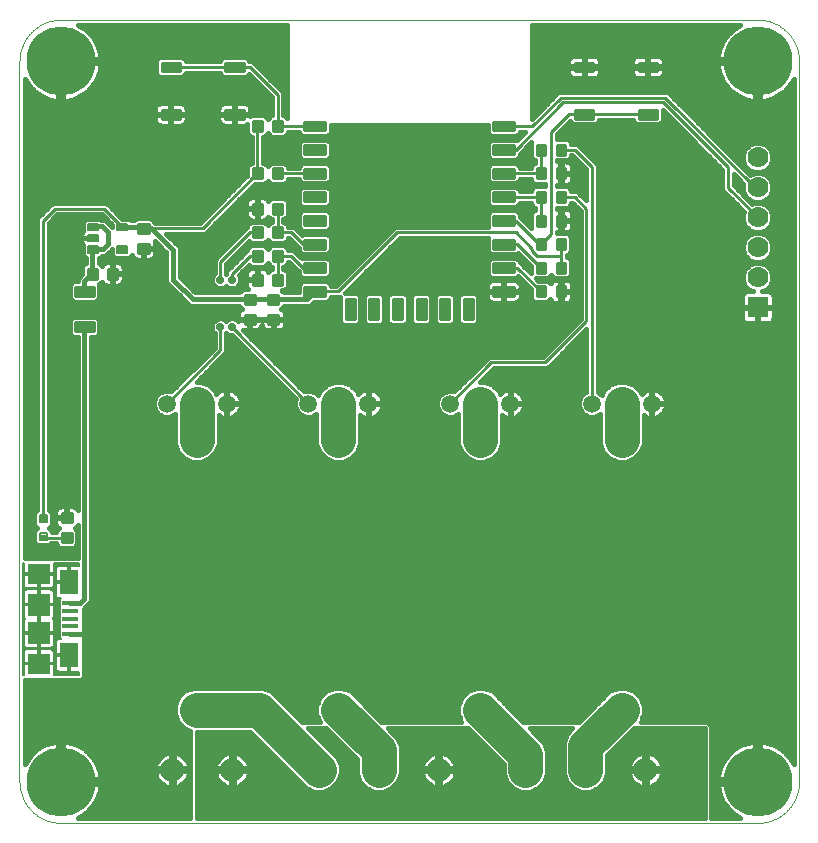
<source format=gtl>
G75*
%MOIN*%
%OFA0B0*%
%FSLAX25Y25*%
%IPPOS*%
%LPD*%
%AMOC8*
5,1,8,0,0,1.08239X$1,22.5*
%
%ADD10C,0.00000*%
%ADD11C,0.00984*%
%ADD12C,0.00787*%
%ADD13C,0.10000*%
%ADD14C,0.23000*%
%ADD15C,0.07874*%
%ADD16C,0.05906*%
%ADD17C,0.00689*%
%ADD18R,0.07000X0.07000*%
%ADD19C,0.07000*%
%ADD20R,0.05315X0.01575*%
%ADD21R,0.06299X0.08268*%
%ADD22R,0.07480X0.07087*%
%ADD23R,0.07480X0.07480*%
%ADD24C,0.01600*%
%ADD25C,0.02775*%
%ADD26C,0.01000*%
%ADD27C,0.00600*%
%ADD28C,0.11811*%
D10*
X0024622Y0016411D02*
X0256906Y0016411D01*
X0256906Y0016410D02*
X0257239Y0016414D01*
X0257572Y0016426D01*
X0257904Y0016446D01*
X0258236Y0016474D01*
X0258567Y0016510D01*
X0258897Y0016555D01*
X0259226Y0016607D01*
X0259554Y0016667D01*
X0259880Y0016735D01*
X0260204Y0016810D01*
X0260526Y0016894D01*
X0260846Y0016985D01*
X0261164Y0017084D01*
X0261480Y0017191D01*
X0261792Y0017305D01*
X0262102Y0017427D01*
X0262409Y0017557D01*
X0262713Y0017693D01*
X0263013Y0017837D01*
X0263310Y0017988D01*
X0263603Y0018147D01*
X0263892Y0018312D01*
X0264177Y0018484D01*
X0264458Y0018663D01*
X0264734Y0018849D01*
X0265006Y0019042D01*
X0265273Y0019241D01*
X0265535Y0019446D01*
X0265792Y0019658D01*
X0266044Y0019876D01*
X0266290Y0020099D01*
X0266531Y0020329D01*
X0266767Y0020565D01*
X0266997Y0020806D01*
X0267220Y0021052D01*
X0267438Y0021304D01*
X0267650Y0021561D01*
X0267855Y0021823D01*
X0268054Y0022090D01*
X0268247Y0022362D01*
X0268433Y0022638D01*
X0268612Y0022919D01*
X0268784Y0023204D01*
X0268949Y0023493D01*
X0269108Y0023786D01*
X0269259Y0024083D01*
X0269403Y0024383D01*
X0269539Y0024687D01*
X0269669Y0024994D01*
X0269791Y0025304D01*
X0269905Y0025616D01*
X0270012Y0025932D01*
X0270111Y0026250D01*
X0270202Y0026570D01*
X0270286Y0026892D01*
X0270361Y0027216D01*
X0270429Y0027542D01*
X0270489Y0027870D01*
X0270541Y0028199D01*
X0270586Y0028529D01*
X0270622Y0028860D01*
X0270650Y0029192D01*
X0270670Y0029524D01*
X0270682Y0029857D01*
X0270686Y0030190D01*
X0270685Y0030190D02*
X0270685Y0270348D01*
X0270686Y0270348D02*
X0270682Y0270681D01*
X0270670Y0271014D01*
X0270650Y0271346D01*
X0270622Y0271678D01*
X0270586Y0272009D01*
X0270541Y0272339D01*
X0270489Y0272668D01*
X0270429Y0272996D01*
X0270361Y0273322D01*
X0270286Y0273646D01*
X0270202Y0273968D01*
X0270111Y0274288D01*
X0270012Y0274606D01*
X0269905Y0274922D01*
X0269791Y0275234D01*
X0269669Y0275544D01*
X0269539Y0275851D01*
X0269403Y0276155D01*
X0269259Y0276455D01*
X0269108Y0276752D01*
X0268949Y0277045D01*
X0268784Y0277334D01*
X0268612Y0277619D01*
X0268433Y0277900D01*
X0268247Y0278176D01*
X0268054Y0278448D01*
X0267855Y0278715D01*
X0267650Y0278977D01*
X0267438Y0279234D01*
X0267220Y0279486D01*
X0266997Y0279732D01*
X0266767Y0279973D01*
X0266531Y0280209D01*
X0266290Y0280439D01*
X0266044Y0280662D01*
X0265792Y0280880D01*
X0265535Y0281092D01*
X0265273Y0281297D01*
X0265006Y0281496D01*
X0264734Y0281689D01*
X0264458Y0281875D01*
X0264177Y0282054D01*
X0263892Y0282226D01*
X0263603Y0282391D01*
X0263310Y0282550D01*
X0263013Y0282701D01*
X0262713Y0282845D01*
X0262409Y0282981D01*
X0262102Y0283111D01*
X0261792Y0283233D01*
X0261480Y0283347D01*
X0261164Y0283454D01*
X0260846Y0283553D01*
X0260526Y0283644D01*
X0260204Y0283728D01*
X0259880Y0283803D01*
X0259554Y0283871D01*
X0259226Y0283931D01*
X0258897Y0283983D01*
X0258567Y0284028D01*
X0258236Y0284064D01*
X0257904Y0284092D01*
X0257572Y0284112D01*
X0257239Y0284124D01*
X0256906Y0284128D01*
X0256906Y0284127D02*
X0024622Y0284127D01*
X0024622Y0284128D02*
X0024289Y0284124D01*
X0023956Y0284112D01*
X0023624Y0284092D01*
X0023292Y0284064D01*
X0022961Y0284028D01*
X0022631Y0283983D01*
X0022302Y0283931D01*
X0021974Y0283871D01*
X0021648Y0283803D01*
X0021324Y0283728D01*
X0021002Y0283644D01*
X0020682Y0283553D01*
X0020364Y0283454D01*
X0020048Y0283347D01*
X0019736Y0283233D01*
X0019426Y0283111D01*
X0019119Y0282981D01*
X0018815Y0282845D01*
X0018515Y0282701D01*
X0018218Y0282550D01*
X0017925Y0282391D01*
X0017636Y0282226D01*
X0017351Y0282054D01*
X0017070Y0281875D01*
X0016794Y0281689D01*
X0016522Y0281496D01*
X0016255Y0281297D01*
X0015993Y0281092D01*
X0015736Y0280880D01*
X0015484Y0280662D01*
X0015238Y0280439D01*
X0014997Y0280209D01*
X0014761Y0279973D01*
X0014531Y0279732D01*
X0014308Y0279486D01*
X0014090Y0279234D01*
X0013878Y0278977D01*
X0013673Y0278715D01*
X0013474Y0278448D01*
X0013281Y0278176D01*
X0013095Y0277900D01*
X0012916Y0277619D01*
X0012744Y0277334D01*
X0012579Y0277045D01*
X0012420Y0276752D01*
X0012269Y0276455D01*
X0012125Y0276155D01*
X0011989Y0275851D01*
X0011859Y0275544D01*
X0011737Y0275234D01*
X0011623Y0274922D01*
X0011516Y0274606D01*
X0011417Y0274288D01*
X0011326Y0273968D01*
X0011242Y0273646D01*
X0011167Y0273322D01*
X0011099Y0272996D01*
X0011039Y0272668D01*
X0010987Y0272339D01*
X0010942Y0272009D01*
X0010906Y0271678D01*
X0010878Y0271346D01*
X0010858Y0271014D01*
X0010846Y0270681D01*
X0010842Y0270348D01*
X0010843Y0270348D02*
X0010843Y0030190D01*
X0010842Y0030190D02*
X0010846Y0029857D01*
X0010858Y0029524D01*
X0010878Y0029192D01*
X0010906Y0028860D01*
X0010942Y0028529D01*
X0010987Y0028199D01*
X0011039Y0027870D01*
X0011099Y0027542D01*
X0011167Y0027216D01*
X0011242Y0026892D01*
X0011326Y0026570D01*
X0011417Y0026250D01*
X0011516Y0025932D01*
X0011623Y0025616D01*
X0011737Y0025304D01*
X0011859Y0024994D01*
X0011989Y0024687D01*
X0012125Y0024383D01*
X0012269Y0024083D01*
X0012420Y0023786D01*
X0012579Y0023493D01*
X0012744Y0023204D01*
X0012916Y0022919D01*
X0013095Y0022638D01*
X0013281Y0022362D01*
X0013474Y0022090D01*
X0013673Y0021823D01*
X0013878Y0021561D01*
X0014090Y0021304D01*
X0014308Y0021052D01*
X0014531Y0020806D01*
X0014761Y0020565D01*
X0014997Y0020329D01*
X0015238Y0020099D01*
X0015484Y0019876D01*
X0015736Y0019658D01*
X0015993Y0019446D01*
X0016255Y0019241D01*
X0016522Y0019042D01*
X0016794Y0018849D01*
X0017070Y0018663D01*
X0017351Y0018484D01*
X0017636Y0018312D01*
X0017925Y0018147D01*
X0018218Y0017988D01*
X0018515Y0017837D01*
X0018815Y0017693D01*
X0019119Y0017557D01*
X0019426Y0017427D01*
X0019736Y0017305D01*
X0020048Y0017191D01*
X0020364Y0017084D01*
X0020682Y0016985D01*
X0021002Y0016894D01*
X0021324Y0016810D01*
X0021648Y0016735D01*
X0021974Y0016667D01*
X0022302Y0016607D01*
X0022631Y0016555D01*
X0022961Y0016510D01*
X0023292Y0016474D01*
X0023624Y0016446D01*
X0023956Y0016426D01*
X0024289Y0016414D01*
X0024622Y0016410D01*
D11*
X0024918Y0110013D02*
X0024918Y0112965D01*
X0028264Y0112965D01*
X0028264Y0110013D01*
X0024918Y0110013D01*
X0024918Y0110948D02*
X0028264Y0110948D01*
X0028264Y0111883D02*
X0024918Y0111883D01*
X0024918Y0112818D02*
X0028264Y0112818D01*
X0024918Y0116706D02*
X0024918Y0119658D01*
X0028264Y0119658D01*
X0028264Y0116706D01*
X0024918Y0116706D01*
X0024918Y0117641D02*
X0028264Y0117641D01*
X0028264Y0118576D02*
X0024918Y0118576D01*
X0024918Y0119511D02*
X0028264Y0119511D01*
X0029445Y0180289D02*
X0029445Y0183241D01*
X0035547Y0183241D01*
X0035547Y0180289D01*
X0029445Y0180289D01*
X0029445Y0181224D02*
X0035547Y0181224D01*
X0035547Y0182159D02*
X0029445Y0182159D01*
X0029445Y0183094D02*
X0035547Y0183094D01*
X0029445Y0192100D02*
X0029445Y0195052D01*
X0035547Y0195052D01*
X0035547Y0192100D01*
X0029445Y0192100D01*
X0029445Y0193035D02*
X0035547Y0193035D01*
X0035547Y0193970D02*
X0029445Y0193970D01*
X0029445Y0194905D02*
X0035547Y0194905D01*
X0036531Y0197808D02*
X0033579Y0197808D01*
X0033579Y0201154D01*
X0036531Y0201154D01*
X0036531Y0197808D01*
X0036531Y0198743D02*
X0033579Y0198743D01*
X0033579Y0199678D02*
X0036531Y0199678D01*
X0036531Y0200613D02*
X0033579Y0200613D01*
X0040272Y0197808D02*
X0043224Y0197808D01*
X0040272Y0197808D02*
X0040272Y0201154D01*
X0043224Y0201154D01*
X0043224Y0197808D01*
X0043224Y0198743D02*
X0040272Y0198743D01*
X0040272Y0199678D02*
X0043224Y0199678D01*
X0043224Y0200613D02*
X0040272Y0200613D01*
X0050508Y0206470D02*
X0050508Y0209422D01*
X0053854Y0209422D01*
X0053854Y0206470D01*
X0050508Y0206470D01*
X0050508Y0207405D02*
X0053854Y0207405D01*
X0053854Y0208340D02*
X0050508Y0208340D01*
X0050508Y0209275D02*
X0053854Y0209275D01*
X0050508Y0213163D02*
X0050508Y0216115D01*
X0053854Y0216115D01*
X0053854Y0213163D01*
X0050508Y0213163D01*
X0050508Y0214098D02*
X0053854Y0214098D01*
X0053854Y0215033D02*
X0050508Y0215033D01*
X0050508Y0215968D02*
X0053854Y0215968D01*
X0058185Y0251155D02*
X0064287Y0251155D01*
X0058185Y0251155D02*
X0058185Y0254107D01*
X0064287Y0254107D01*
X0064287Y0251155D01*
X0064287Y0252090D02*
X0058185Y0252090D01*
X0058185Y0253025D02*
X0064287Y0253025D01*
X0064287Y0253960D02*
X0058185Y0253960D01*
X0058185Y0266903D02*
X0064287Y0266903D01*
X0058185Y0266903D02*
X0058185Y0269855D01*
X0064287Y0269855D01*
X0064287Y0266903D01*
X0064287Y0267838D02*
X0058185Y0267838D01*
X0058185Y0268773D02*
X0064287Y0268773D01*
X0064287Y0269708D02*
X0058185Y0269708D01*
X0079445Y0266903D02*
X0085547Y0266903D01*
X0079445Y0266903D02*
X0079445Y0269855D01*
X0085547Y0269855D01*
X0085547Y0266903D01*
X0085547Y0267838D02*
X0079445Y0267838D01*
X0079445Y0268773D02*
X0085547Y0268773D01*
X0085547Y0269708D02*
X0079445Y0269708D01*
X0079445Y0251155D02*
X0085547Y0251155D01*
X0079445Y0251155D02*
X0079445Y0254107D01*
X0085547Y0254107D01*
X0085547Y0251155D01*
X0085547Y0252090D02*
X0079445Y0252090D01*
X0079445Y0253025D02*
X0085547Y0253025D01*
X0085547Y0253960D02*
X0079445Y0253960D01*
X0088697Y0250367D02*
X0091649Y0250367D01*
X0091649Y0247021D01*
X0088697Y0247021D01*
X0088697Y0250367D01*
X0088697Y0247956D02*
X0091649Y0247956D01*
X0091649Y0248891D02*
X0088697Y0248891D01*
X0088697Y0249826D02*
X0091649Y0249826D01*
X0095390Y0250367D02*
X0098342Y0250367D01*
X0098342Y0247021D01*
X0095390Y0247021D01*
X0095390Y0250367D01*
X0095390Y0247956D02*
X0098342Y0247956D01*
X0098342Y0248891D02*
X0095390Y0248891D01*
X0095390Y0249826D02*
X0098342Y0249826D01*
X0105823Y0247218D02*
X0112713Y0247218D01*
X0105823Y0247218D02*
X0105823Y0250170D01*
X0112713Y0250170D01*
X0112713Y0247218D01*
X0112713Y0248153D02*
X0105823Y0248153D01*
X0105823Y0249088D02*
X0112713Y0249088D01*
X0112713Y0250023D02*
X0105823Y0250023D01*
X0105823Y0239344D02*
X0112713Y0239344D01*
X0105823Y0239344D02*
X0105823Y0242296D01*
X0112713Y0242296D01*
X0112713Y0239344D01*
X0112713Y0240279D02*
X0105823Y0240279D01*
X0105823Y0241214D02*
X0112713Y0241214D01*
X0112713Y0242149D02*
X0105823Y0242149D01*
X0105823Y0231470D02*
X0112713Y0231470D01*
X0105823Y0231470D02*
X0105823Y0234422D01*
X0112713Y0234422D01*
X0112713Y0231470D01*
X0112713Y0232405D02*
X0105823Y0232405D01*
X0105823Y0233340D02*
X0112713Y0233340D01*
X0112713Y0234275D02*
X0105823Y0234275D01*
X0098342Y0234619D02*
X0095390Y0234619D01*
X0098342Y0234619D02*
X0098342Y0231273D01*
X0095390Y0231273D01*
X0095390Y0234619D01*
X0095390Y0232208D02*
X0098342Y0232208D01*
X0098342Y0233143D02*
X0095390Y0233143D01*
X0095390Y0234078D02*
X0098342Y0234078D01*
X0091649Y0234619D02*
X0088697Y0234619D01*
X0091649Y0234619D02*
X0091649Y0231273D01*
X0088697Y0231273D01*
X0088697Y0234619D01*
X0088697Y0232208D02*
X0091649Y0232208D01*
X0091649Y0233143D02*
X0088697Y0233143D01*
X0088697Y0234078D02*
X0091649Y0234078D01*
X0091649Y0219462D02*
X0088697Y0219462D01*
X0088697Y0222808D01*
X0091649Y0222808D01*
X0091649Y0219462D01*
X0091649Y0220397D02*
X0088697Y0220397D01*
X0088697Y0221332D02*
X0091649Y0221332D01*
X0091649Y0222267D02*
X0088697Y0222267D01*
X0095390Y0219462D02*
X0098342Y0219462D01*
X0095390Y0219462D02*
X0095390Y0222808D01*
X0098342Y0222808D01*
X0098342Y0219462D01*
X0098342Y0220397D02*
X0095390Y0220397D01*
X0095390Y0221332D02*
X0098342Y0221332D01*
X0098342Y0222267D02*
X0095390Y0222267D01*
X0095390Y0214934D02*
X0098342Y0214934D01*
X0098342Y0211588D01*
X0095390Y0211588D01*
X0095390Y0214934D01*
X0095390Y0212523D02*
X0098342Y0212523D01*
X0098342Y0213458D02*
X0095390Y0213458D01*
X0095390Y0214393D02*
X0098342Y0214393D01*
X0091649Y0214934D02*
X0088697Y0214934D01*
X0091649Y0214934D02*
X0091649Y0211588D01*
X0088697Y0211588D01*
X0088697Y0214934D01*
X0088697Y0212523D02*
X0091649Y0212523D01*
X0091649Y0213458D02*
X0088697Y0213458D01*
X0088697Y0214393D02*
X0091649Y0214393D01*
X0091649Y0207060D02*
X0088697Y0207060D01*
X0091649Y0207060D02*
X0091649Y0203714D01*
X0088697Y0203714D01*
X0088697Y0207060D01*
X0088697Y0204649D02*
X0091649Y0204649D01*
X0091649Y0205584D02*
X0088697Y0205584D01*
X0088697Y0206519D02*
X0091649Y0206519D01*
X0095390Y0207060D02*
X0098342Y0207060D01*
X0098342Y0203714D01*
X0095390Y0203714D01*
X0095390Y0207060D01*
X0095390Y0204649D02*
X0098342Y0204649D01*
X0098342Y0205584D02*
X0095390Y0205584D01*
X0095390Y0206519D02*
X0098342Y0206519D01*
X0098342Y0195840D02*
X0095390Y0195840D01*
X0095390Y0199186D01*
X0098342Y0199186D01*
X0098342Y0195840D01*
X0098342Y0196775D02*
X0095390Y0196775D01*
X0095390Y0197710D02*
X0098342Y0197710D01*
X0098342Y0198645D02*
X0095390Y0198645D01*
X0091649Y0195840D02*
X0088697Y0195840D01*
X0088697Y0199186D01*
X0091649Y0199186D01*
X0091649Y0195840D01*
X0091649Y0196775D02*
X0088697Y0196775D01*
X0088697Y0197710D02*
X0091649Y0197710D01*
X0091649Y0198645D02*
X0088697Y0198645D01*
X0085941Y0192493D02*
X0085941Y0189541D01*
X0085941Y0192493D02*
X0089287Y0192493D01*
X0089287Y0189541D01*
X0085941Y0189541D01*
X0085941Y0190476D02*
X0089287Y0190476D01*
X0089287Y0191411D02*
X0085941Y0191411D01*
X0085941Y0192346D02*
X0089287Y0192346D01*
X0093815Y0192493D02*
X0093815Y0189541D01*
X0093815Y0192493D02*
X0097161Y0192493D01*
X0097161Y0189541D01*
X0093815Y0189541D01*
X0093815Y0190476D02*
X0097161Y0190476D01*
X0097161Y0191411D02*
X0093815Y0191411D01*
X0093815Y0192346D02*
X0097161Y0192346D01*
X0093815Y0185800D02*
X0093815Y0182848D01*
X0093815Y0185800D02*
X0097161Y0185800D01*
X0097161Y0182848D01*
X0093815Y0182848D01*
X0093815Y0183783D02*
X0097161Y0183783D01*
X0097161Y0184718D02*
X0093815Y0184718D01*
X0093815Y0185653D02*
X0097161Y0185653D01*
X0085941Y0185800D02*
X0085941Y0182848D01*
X0085941Y0185800D02*
X0089287Y0185800D01*
X0089287Y0182848D01*
X0085941Y0182848D01*
X0085941Y0183783D02*
X0089287Y0183783D01*
X0089287Y0184718D02*
X0085941Y0184718D01*
X0085941Y0185653D02*
X0089287Y0185653D01*
X0105823Y0192100D02*
X0112713Y0192100D01*
X0105823Y0192100D02*
X0105823Y0195052D01*
X0112713Y0195052D01*
X0112713Y0192100D01*
X0112713Y0193035D02*
X0105823Y0193035D01*
X0105823Y0193970D02*
X0112713Y0193970D01*
X0112713Y0194905D02*
X0105823Y0194905D01*
X0105823Y0199974D02*
X0112713Y0199974D01*
X0105823Y0199974D02*
X0105823Y0202926D01*
X0112713Y0202926D01*
X0112713Y0199974D01*
X0112713Y0200909D02*
X0105823Y0200909D01*
X0105823Y0201844D02*
X0112713Y0201844D01*
X0112713Y0202779D02*
X0105823Y0202779D01*
X0105823Y0207848D02*
X0112713Y0207848D01*
X0105823Y0207848D02*
X0105823Y0210800D01*
X0112713Y0210800D01*
X0112713Y0207848D01*
X0112713Y0208783D02*
X0105823Y0208783D01*
X0105823Y0209718D02*
X0112713Y0209718D01*
X0112713Y0210653D02*
X0105823Y0210653D01*
X0105823Y0215722D02*
X0112713Y0215722D01*
X0105823Y0215722D02*
X0105823Y0218674D01*
X0112713Y0218674D01*
X0112713Y0215722D01*
X0112713Y0216657D02*
X0105823Y0216657D01*
X0105823Y0217592D02*
X0112713Y0217592D01*
X0112713Y0218527D02*
X0105823Y0218527D01*
X0105823Y0223596D02*
X0112713Y0223596D01*
X0105823Y0223596D02*
X0105823Y0226548D01*
X0112713Y0226548D01*
X0112713Y0223596D01*
X0112713Y0224531D02*
X0105823Y0224531D01*
X0105823Y0225466D02*
X0112713Y0225466D01*
X0112713Y0226401D02*
X0105823Y0226401D01*
X0119603Y0184225D02*
X0122555Y0184225D01*
X0119603Y0184225D02*
X0119603Y0191115D01*
X0122555Y0191115D01*
X0122555Y0184225D01*
X0122555Y0185160D02*
X0119603Y0185160D01*
X0119603Y0186095D02*
X0122555Y0186095D01*
X0122555Y0187030D02*
X0119603Y0187030D01*
X0119603Y0187965D02*
X0122555Y0187965D01*
X0122555Y0188900D02*
X0119603Y0188900D01*
X0119603Y0189835D02*
X0122555Y0189835D01*
X0122555Y0190770D02*
X0119603Y0190770D01*
X0127477Y0184225D02*
X0130429Y0184225D01*
X0127477Y0184225D02*
X0127477Y0191115D01*
X0130429Y0191115D01*
X0130429Y0184225D01*
X0130429Y0185160D02*
X0127477Y0185160D01*
X0127477Y0186095D02*
X0130429Y0186095D01*
X0130429Y0187030D02*
X0127477Y0187030D01*
X0127477Y0187965D02*
X0130429Y0187965D01*
X0130429Y0188900D02*
X0127477Y0188900D01*
X0127477Y0189835D02*
X0130429Y0189835D01*
X0130429Y0190770D02*
X0127477Y0190770D01*
X0135351Y0184225D02*
X0138303Y0184225D01*
X0135351Y0184225D02*
X0135351Y0191115D01*
X0138303Y0191115D01*
X0138303Y0184225D01*
X0138303Y0185160D02*
X0135351Y0185160D01*
X0135351Y0186095D02*
X0138303Y0186095D01*
X0138303Y0187030D02*
X0135351Y0187030D01*
X0135351Y0187965D02*
X0138303Y0187965D01*
X0138303Y0188900D02*
X0135351Y0188900D01*
X0135351Y0189835D02*
X0138303Y0189835D01*
X0138303Y0190770D02*
X0135351Y0190770D01*
X0143225Y0184225D02*
X0146177Y0184225D01*
X0143225Y0184225D02*
X0143225Y0191115D01*
X0146177Y0191115D01*
X0146177Y0184225D01*
X0146177Y0185160D02*
X0143225Y0185160D01*
X0143225Y0186095D02*
X0146177Y0186095D01*
X0146177Y0187030D02*
X0143225Y0187030D01*
X0143225Y0187965D02*
X0146177Y0187965D01*
X0146177Y0188900D02*
X0143225Y0188900D01*
X0143225Y0189835D02*
X0146177Y0189835D01*
X0146177Y0190770D02*
X0143225Y0190770D01*
X0151099Y0184225D02*
X0154051Y0184225D01*
X0151099Y0184225D02*
X0151099Y0191115D01*
X0154051Y0191115D01*
X0154051Y0184225D01*
X0154051Y0185160D02*
X0151099Y0185160D01*
X0151099Y0186095D02*
X0154051Y0186095D01*
X0154051Y0187030D02*
X0151099Y0187030D01*
X0151099Y0187965D02*
X0154051Y0187965D01*
X0154051Y0188900D02*
X0151099Y0188900D01*
X0151099Y0189835D02*
X0154051Y0189835D01*
X0154051Y0190770D02*
X0151099Y0190770D01*
X0158973Y0184225D02*
X0161925Y0184225D01*
X0158973Y0184225D02*
X0158973Y0191115D01*
X0161925Y0191115D01*
X0161925Y0184225D01*
X0161925Y0185160D02*
X0158973Y0185160D01*
X0158973Y0186095D02*
X0161925Y0186095D01*
X0161925Y0187030D02*
X0158973Y0187030D01*
X0158973Y0187965D02*
X0161925Y0187965D01*
X0161925Y0188900D02*
X0158973Y0188900D01*
X0158973Y0189835D02*
X0161925Y0189835D01*
X0161925Y0190770D02*
X0158973Y0190770D01*
X0168815Y0192100D02*
X0175705Y0192100D01*
X0168815Y0192100D02*
X0168815Y0195052D01*
X0175705Y0195052D01*
X0175705Y0192100D01*
X0175705Y0193035D02*
X0168815Y0193035D01*
X0168815Y0193970D02*
X0175705Y0193970D01*
X0175705Y0194905D02*
X0168815Y0194905D01*
X0168815Y0199974D02*
X0175705Y0199974D01*
X0168815Y0199974D02*
X0168815Y0202926D01*
X0175705Y0202926D01*
X0175705Y0199974D01*
X0175705Y0200909D02*
X0168815Y0200909D01*
X0168815Y0201844D02*
X0175705Y0201844D01*
X0175705Y0202779D02*
X0168815Y0202779D01*
X0168815Y0207848D02*
X0175705Y0207848D01*
X0168815Y0207848D02*
X0168815Y0210800D01*
X0175705Y0210800D01*
X0175705Y0207848D01*
X0175705Y0208783D02*
X0168815Y0208783D01*
X0168815Y0209718D02*
X0175705Y0209718D01*
X0175705Y0210653D02*
X0168815Y0210653D01*
X0168815Y0215722D02*
X0175705Y0215722D01*
X0168815Y0215722D02*
X0168815Y0218674D01*
X0175705Y0218674D01*
X0175705Y0215722D01*
X0175705Y0216657D02*
X0168815Y0216657D01*
X0168815Y0217592D02*
X0175705Y0217592D01*
X0175705Y0218527D02*
X0168815Y0218527D01*
X0168815Y0223596D02*
X0175705Y0223596D01*
X0168815Y0223596D02*
X0168815Y0226548D01*
X0175705Y0226548D01*
X0175705Y0223596D01*
X0175705Y0224531D02*
X0168815Y0224531D01*
X0168815Y0225466D02*
X0175705Y0225466D01*
X0175705Y0226401D02*
X0168815Y0226401D01*
X0168815Y0231470D02*
X0175705Y0231470D01*
X0168815Y0231470D02*
X0168815Y0234422D01*
X0175705Y0234422D01*
X0175705Y0231470D01*
X0175705Y0232405D02*
X0168815Y0232405D01*
X0168815Y0233340D02*
X0175705Y0233340D01*
X0175705Y0234275D02*
X0168815Y0234275D01*
X0168815Y0239344D02*
X0175705Y0239344D01*
X0168815Y0239344D02*
X0168815Y0242296D01*
X0175705Y0242296D01*
X0175705Y0239344D01*
X0175705Y0240279D02*
X0168815Y0240279D01*
X0168815Y0241214D02*
X0175705Y0241214D01*
X0175705Y0242149D02*
X0168815Y0242149D01*
X0168815Y0247218D02*
X0175705Y0247218D01*
X0168815Y0247218D02*
X0168815Y0250170D01*
X0175705Y0250170D01*
X0175705Y0247218D01*
X0175705Y0248153D02*
X0168815Y0248153D01*
X0168815Y0249088D02*
X0175705Y0249088D01*
X0175705Y0250023D02*
X0168815Y0250023D01*
X0183185Y0239147D02*
X0186137Y0239147D01*
X0183185Y0239147D02*
X0183185Y0242493D01*
X0186137Y0242493D01*
X0186137Y0239147D01*
X0186137Y0240082D02*
X0183185Y0240082D01*
X0183185Y0241017D02*
X0186137Y0241017D01*
X0186137Y0241952D02*
X0183185Y0241952D01*
X0189878Y0239147D02*
X0192830Y0239147D01*
X0189878Y0239147D02*
X0189878Y0242493D01*
X0192830Y0242493D01*
X0192830Y0239147D01*
X0192830Y0240082D02*
X0189878Y0240082D01*
X0189878Y0241017D02*
X0192830Y0241017D01*
X0192830Y0241952D02*
X0189878Y0241952D01*
X0195980Y0254107D02*
X0202082Y0254107D01*
X0202082Y0251155D01*
X0195980Y0251155D01*
X0195980Y0254107D01*
X0195980Y0252090D02*
X0202082Y0252090D01*
X0202082Y0253025D02*
X0195980Y0253025D01*
X0195980Y0253960D02*
X0202082Y0253960D01*
X0202082Y0269855D02*
X0195980Y0269855D01*
X0202082Y0269855D02*
X0202082Y0266903D01*
X0195980Y0266903D01*
X0195980Y0269855D01*
X0195980Y0267838D02*
X0202082Y0267838D01*
X0202082Y0268773D02*
X0195980Y0268773D01*
X0195980Y0269708D02*
X0202082Y0269708D01*
X0217240Y0269855D02*
X0223342Y0269855D01*
X0223342Y0266903D01*
X0217240Y0266903D01*
X0217240Y0269855D01*
X0217240Y0267838D02*
X0223342Y0267838D01*
X0223342Y0268773D02*
X0217240Y0268773D01*
X0217240Y0269708D02*
X0223342Y0269708D01*
X0223342Y0254107D02*
X0217240Y0254107D01*
X0223342Y0254107D02*
X0223342Y0251155D01*
X0217240Y0251155D01*
X0217240Y0254107D01*
X0217240Y0252090D02*
X0223342Y0252090D01*
X0223342Y0253025D02*
X0217240Y0253025D01*
X0217240Y0253960D02*
X0223342Y0253960D01*
X0192830Y0234619D02*
X0189878Y0234619D01*
X0192830Y0234619D02*
X0192830Y0231273D01*
X0189878Y0231273D01*
X0189878Y0234619D01*
X0189878Y0232208D02*
X0192830Y0232208D01*
X0192830Y0233143D02*
X0189878Y0233143D01*
X0189878Y0234078D02*
X0192830Y0234078D01*
X0186137Y0234619D02*
X0183185Y0234619D01*
X0186137Y0234619D02*
X0186137Y0231273D01*
X0183185Y0231273D01*
X0183185Y0234619D01*
X0183185Y0232208D02*
X0186137Y0232208D01*
X0186137Y0233143D02*
X0183185Y0233143D01*
X0183185Y0234078D02*
X0186137Y0234078D01*
X0186137Y0223399D02*
X0183185Y0223399D01*
X0183185Y0226745D01*
X0186137Y0226745D01*
X0186137Y0223399D01*
X0186137Y0224334D02*
X0183185Y0224334D01*
X0183185Y0225269D02*
X0186137Y0225269D01*
X0186137Y0226204D02*
X0183185Y0226204D01*
X0189878Y0223399D02*
X0192830Y0223399D01*
X0189878Y0223399D02*
X0189878Y0226745D01*
X0192830Y0226745D01*
X0192830Y0223399D01*
X0192830Y0224334D02*
X0189878Y0224334D01*
X0189878Y0225269D02*
X0192830Y0225269D01*
X0192830Y0226204D02*
X0189878Y0226204D01*
X0189878Y0218871D02*
X0192830Y0218871D01*
X0192830Y0215525D01*
X0189878Y0215525D01*
X0189878Y0218871D01*
X0189878Y0216460D02*
X0192830Y0216460D01*
X0192830Y0217395D02*
X0189878Y0217395D01*
X0189878Y0218330D02*
X0192830Y0218330D01*
X0186137Y0218871D02*
X0183185Y0218871D01*
X0186137Y0218871D02*
X0186137Y0215525D01*
X0183185Y0215525D01*
X0183185Y0218871D01*
X0183185Y0216460D02*
X0186137Y0216460D01*
X0186137Y0217395D02*
X0183185Y0217395D01*
X0183185Y0218330D02*
X0186137Y0218330D01*
X0186137Y0207651D02*
X0183185Y0207651D01*
X0183185Y0210997D01*
X0186137Y0210997D01*
X0186137Y0207651D01*
X0186137Y0208586D02*
X0183185Y0208586D01*
X0183185Y0209521D02*
X0186137Y0209521D01*
X0186137Y0210456D02*
X0183185Y0210456D01*
X0189878Y0207651D02*
X0192830Y0207651D01*
X0189878Y0207651D02*
X0189878Y0210997D01*
X0192830Y0210997D01*
X0192830Y0207651D01*
X0192830Y0208586D02*
X0189878Y0208586D01*
X0189878Y0209521D02*
X0192830Y0209521D01*
X0192830Y0210456D02*
X0189878Y0210456D01*
X0189878Y0199777D02*
X0192830Y0199777D01*
X0189878Y0199777D02*
X0189878Y0203123D01*
X0192830Y0203123D01*
X0192830Y0199777D01*
X0192830Y0200712D02*
X0189878Y0200712D01*
X0189878Y0201647D02*
X0192830Y0201647D01*
X0192830Y0202582D02*
X0189878Y0202582D01*
X0186137Y0199777D02*
X0183185Y0199777D01*
X0183185Y0203123D01*
X0186137Y0203123D01*
X0186137Y0199777D01*
X0186137Y0200712D02*
X0183185Y0200712D01*
X0183185Y0201647D02*
X0186137Y0201647D01*
X0186137Y0202582D02*
X0183185Y0202582D01*
X0183185Y0195249D02*
X0186137Y0195249D01*
X0186137Y0191903D01*
X0183185Y0191903D01*
X0183185Y0195249D01*
X0183185Y0192838D02*
X0186137Y0192838D01*
X0186137Y0193773D02*
X0183185Y0193773D01*
X0183185Y0194708D02*
X0186137Y0194708D01*
X0189878Y0195249D02*
X0192830Y0195249D01*
X0192830Y0191903D01*
X0189878Y0191903D01*
X0189878Y0195249D01*
X0189878Y0192838D02*
X0192830Y0192838D01*
X0192830Y0193773D02*
X0189878Y0193773D01*
X0189878Y0194708D02*
X0192830Y0194708D01*
D12*
X0017535Y0118970D02*
X0017535Y0116606D01*
X0017535Y0118970D02*
X0019899Y0118970D01*
X0019899Y0116606D01*
X0017535Y0116606D01*
X0017535Y0117354D02*
X0019899Y0117354D01*
X0019899Y0118102D02*
X0017535Y0118102D01*
X0017535Y0118850D02*
X0019899Y0118850D01*
X0017535Y0113065D02*
X0017535Y0110701D01*
X0017535Y0113065D02*
X0019899Y0113065D01*
X0019899Y0110701D01*
X0017535Y0110701D01*
X0017535Y0111449D02*
X0019899Y0111449D01*
X0019899Y0112197D02*
X0017535Y0112197D01*
X0017535Y0112945D02*
X0019899Y0112945D01*
D13*
X0069898Y0144088D03*
X0117142Y0144088D03*
X0164386Y0144088D03*
X0211630Y0144088D03*
X0211630Y0054088D03*
X0164386Y0054088D03*
X0117142Y0054088D03*
X0069898Y0054088D03*
D14*
X0024622Y0030190D03*
X0024622Y0270348D03*
X0256906Y0270348D03*
X0256906Y0030190D03*
D15*
X0219504Y0034127D03*
X0199504Y0034127D03*
X0179504Y0034127D03*
X0150606Y0034127D03*
X0130606Y0034127D03*
X0110606Y0034127D03*
X0081709Y0034127D03*
X0061709Y0034127D03*
D16*
X0059898Y0156174D03*
X0069898Y0156174D03*
X0079898Y0156174D03*
X0107142Y0156174D03*
X0117142Y0156174D03*
X0127142Y0156174D03*
X0154386Y0156174D03*
X0164386Y0156174D03*
X0174386Y0156174D03*
X0201630Y0156174D03*
X0211630Y0156174D03*
X0221630Y0156174D03*
D17*
X0043470Y0206518D02*
X0043470Y0208586D01*
X0046718Y0208586D01*
X0046718Y0206518D01*
X0043470Y0206518D01*
X0043470Y0207173D02*
X0046718Y0207173D01*
X0046718Y0207828D02*
X0043470Y0207828D01*
X0043470Y0208483D02*
X0046718Y0208483D01*
X0043470Y0213999D02*
X0043470Y0216067D01*
X0046718Y0216067D01*
X0046718Y0213999D01*
X0043470Y0213999D01*
X0043470Y0214654D02*
X0046718Y0214654D01*
X0046718Y0215309D02*
X0043470Y0215309D01*
X0043470Y0215964D02*
X0046718Y0215964D01*
X0033628Y0216067D02*
X0033628Y0213999D01*
X0033628Y0216067D02*
X0036876Y0216067D01*
X0036876Y0213999D01*
X0033628Y0213999D01*
X0033628Y0214654D02*
X0036876Y0214654D01*
X0036876Y0215309D02*
X0033628Y0215309D01*
X0033628Y0215964D02*
X0036876Y0215964D01*
X0033628Y0212326D02*
X0033628Y0210258D01*
X0033628Y0212326D02*
X0036876Y0212326D01*
X0036876Y0210258D01*
X0033628Y0210258D01*
X0033628Y0210913D02*
X0036876Y0210913D01*
X0036876Y0211568D02*
X0033628Y0211568D01*
X0033628Y0212223D02*
X0036876Y0212223D01*
X0033628Y0208586D02*
X0033628Y0206518D01*
X0033628Y0208586D02*
X0036876Y0208586D01*
X0036876Y0206518D01*
X0033628Y0206518D01*
X0033628Y0207173D02*
X0036876Y0207173D01*
X0036876Y0207828D02*
X0033628Y0207828D01*
X0033628Y0208483D02*
X0036876Y0208483D01*
D18*
X0256906Y0188261D03*
D19*
X0256906Y0198261D03*
X0256906Y0208261D03*
X0256906Y0218261D03*
X0256906Y0228261D03*
X0256906Y0238261D03*
D20*
X0027791Y0089600D03*
X0027791Y0087040D03*
X0027791Y0084481D03*
X0027791Y0081922D03*
X0027791Y0079363D03*
D21*
X0027299Y0072277D03*
X0027299Y0096686D03*
D22*
X0017260Y0099442D03*
X0017260Y0069521D03*
D23*
X0017260Y0079757D03*
X0017260Y0089206D03*
D24*
X0027791Y0089600D02*
X0030882Y0089600D01*
X0032496Y0091214D01*
X0032496Y0181765D01*
X0030296Y0178396D02*
X0030296Y0120742D01*
X0030295Y0120744D01*
X0030044Y0121120D01*
X0029725Y0121439D01*
X0029350Y0121690D01*
X0028932Y0121863D01*
X0028490Y0121951D01*
X0026775Y0121951D01*
X0026775Y0118367D01*
X0026406Y0118367D01*
X0026406Y0121951D01*
X0024692Y0121951D01*
X0024249Y0121863D01*
X0023832Y0121690D01*
X0023456Y0121439D01*
X0023137Y0121120D01*
X0022886Y0120744D01*
X0022713Y0120327D01*
X0022625Y0119884D01*
X0022625Y0118366D01*
X0026406Y0118366D01*
X0026406Y0117998D01*
X0022625Y0117998D01*
X0022625Y0116480D01*
X0022713Y0116037D01*
X0022886Y0115620D01*
X0023137Y0115245D01*
X0023456Y0114925D01*
X0023832Y0114675D01*
X0023916Y0114640D01*
X0023025Y0113749D01*
X0023025Y0113389D01*
X0021691Y0113389D01*
X0021691Y0113807D01*
X0020663Y0114836D01*
X0021691Y0115864D01*
X0021691Y0119713D01*
X0020641Y0120763D01*
X0020617Y0120763D01*
X0020617Y0216411D01*
X0023441Y0219235D01*
X0038205Y0219235D01*
X0041726Y0215714D01*
X0041726Y0215016D01*
X0041281Y0215461D01*
X0040602Y0216141D01*
X0039313Y0217429D01*
X0037980Y0217429D01*
X0037599Y0217811D01*
X0032905Y0217811D01*
X0031883Y0216789D01*
X0031883Y0213593D01*
X0031630Y0213154D01*
X0031483Y0212608D01*
X0031483Y0211292D01*
X0031483Y0209977D01*
X0031630Y0209431D01*
X0031883Y0208992D01*
X0031883Y0205796D01*
X0032855Y0204825D01*
X0032855Y0203047D01*
X0032795Y0203047D01*
X0031687Y0201938D01*
X0031687Y0199224D01*
X0030296Y0197834D01*
X0030296Y0196944D01*
X0028661Y0196944D01*
X0027553Y0195836D01*
X0027553Y0191316D01*
X0028661Y0190207D01*
X0036331Y0190207D01*
X0037439Y0191316D01*
X0037439Y0195836D01*
X0037337Y0195938D01*
X0038206Y0196806D01*
X0038240Y0196722D01*
X0038491Y0196347D01*
X0038811Y0196028D01*
X0039186Y0195777D01*
X0039603Y0195604D01*
X0040046Y0195516D01*
X0041564Y0195516D01*
X0041564Y0199297D01*
X0041932Y0199297D01*
X0041932Y0195516D01*
X0043450Y0195516D01*
X0043893Y0195604D01*
X0044310Y0195777D01*
X0044686Y0196028D01*
X0045005Y0196347D01*
X0045256Y0196722D01*
X0045428Y0197140D01*
X0045517Y0197582D01*
X0045517Y0199297D01*
X0041932Y0199297D01*
X0041932Y0199666D01*
X0041564Y0199666D01*
X0041564Y0203447D01*
X0040046Y0203447D01*
X0039603Y0203359D01*
X0039186Y0203186D01*
X0038811Y0202935D01*
X0038491Y0202616D01*
X0038240Y0202240D01*
X0038206Y0202156D01*
X0037315Y0203047D01*
X0037255Y0203047D01*
X0037255Y0204774D01*
X0037599Y0204774D01*
X0038177Y0205352D01*
X0039510Y0205352D01*
X0041281Y0207124D01*
X0041726Y0207569D01*
X0041726Y0205796D01*
X0042748Y0204774D01*
X0047441Y0204774D01*
X0048352Y0205685D01*
X0048477Y0205384D01*
X0048727Y0205008D01*
X0049047Y0204689D01*
X0049422Y0204438D01*
X0049839Y0204266D01*
X0050282Y0204177D01*
X0051997Y0204177D01*
X0051997Y0207762D01*
X0052365Y0207762D01*
X0052365Y0204177D01*
X0054080Y0204177D01*
X0054523Y0204266D01*
X0054940Y0204438D01*
X0055315Y0204689D01*
X0055635Y0205008D01*
X0055886Y0205384D01*
X0056058Y0205801D01*
X0056146Y0206244D01*
X0056146Y0207762D01*
X0052365Y0207762D01*
X0052365Y0208130D01*
X0056146Y0208130D01*
X0056146Y0209648D01*
X0056058Y0210091D01*
X0055975Y0210293D01*
X0059824Y0206444D01*
X0059824Y0196602D01*
X0067608Y0188817D01*
X0084049Y0188817D01*
X0084049Y0188757D01*
X0084939Y0187866D01*
X0084855Y0187832D01*
X0084480Y0187581D01*
X0084161Y0187261D01*
X0083910Y0186886D01*
X0083737Y0186469D01*
X0083649Y0186026D01*
X0083649Y0184508D01*
X0087430Y0184508D01*
X0087430Y0184140D01*
X0083649Y0184140D01*
X0083649Y0183767D01*
X0083288Y0184128D01*
X0082263Y0184552D01*
X0081154Y0184552D01*
X0080130Y0184128D01*
X0079740Y0183738D01*
X0079351Y0184128D01*
X0078326Y0184552D01*
X0077217Y0184552D01*
X0076193Y0184128D01*
X0075409Y0183344D01*
X0074984Y0182319D01*
X0074984Y0181210D01*
X0075409Y0180186D01*
X0075872Y0179723D01*
X0075872Y0174835D01*
X0061329Y0160293D01*
X0060763Y0160527D01*
X0059032Y0160527D01*
X0057432Y0159864D01*
X0056208Y0158640D01*
X0055545Y0157040D01*
X0055545Y0155309D01*
X0056208Y0153709D01*
X0057432Y0152484D01*
X0059032Y0151822D01*
X0060763Y0151822D01*
X0062363Y0152484D01*
X0062592Y0152713D01*
X0062592Y0142635D01*
X0063704Y0139949D01*
X0065759Y0137894D01*
X0068444Y0136782D01*
X0071351Y0136782D01*
X0074036Y0137894D01*
X0076091Y0139949D01*
X0077203Y0142635D01*
X0077203Y0152257D01*
X0077407Y0152109D01*
X0078073Y0151770D01*
X0078785Y0151539D01*
X0079524Y0151422D01*
X0079713Y0151422D01*
X0079713Y0155990D01*
X0080082Y0155990D01*
X0080082Y0156359D01*
X0079713Y0156359D01*
X0079713Y0160927D01*
X0079524Y0160927D01*
X0078785Y0160810D01*
X0078073Y0160579D01*
X0077407Y0160239D01*
X0076801Y0159800D01*
X0076449Y0159447D01*
X0076091Y0160313D01*
X0074036Y0162368D01*
X0071351Y0163480D01*
X0069890Y0163480D01*
X0079672Y0173261D01*
X0079672Y0179723D01*
X0079740Y0179791D01*
X0080130Y0179402D01*
X0081154Y0178977D01*
X0081652Y0178977D01*
X0103023Y0157606D01*
X0102789Y0157040D01*
X0102789Y0155309D01*
X0103452Y0153709D01*
X0104676Y0152484D01*
X0106276Y0151822D01*
X0108008Y0151822D01*
X0109607Y0152484D01*
X0109836Y0152713D01*
X0109836Y0142635D01*
X0110948Y0139949D01*
X0113003Y0137894D01*
X0115689Y0136782D01*
X0118595Y0136782D01*
X0121280Y0137894D01*
X0123335Y0139949D01*
X0124447Y0142635D01*
X0124447Y0152257D01*
X0124651Y0152109D01*
X0125317Y0151770D01*
X0126029Y0151539D01*
X0126768Y0151422D01*
X0126957Y0151422D01*
X0126957Y0155990D01*
X0127326Y0155990D01*
X0127326Y0151422D01*
X0127516Y0151422D01*
X0128255Y0151539D01*
X0128966Y0151770D01*
X0129633Y0152109D01*
X0130238Y0152549D01*
X0130767Y0153078D01*
X0131207Y0153683D01*
X0131546Y0154350D01*
X0131777Y0155061D01*
X0131894Y0155800D01*
X0131894Y0155990D01*
X0127326Y0155990D01*
X0127326Y0156359D01*
X0126957Y0156359D01*
X0126957Y0160927D01*
X0126768Y0160927D01*
X0126029Y0160810D01*
X0125317Y0160579D01*
X0124651Y0160239D01*
X0124046Y0159800D01*
X0123693Y0159447D01*
X0123335Y0160313D01*
X0121280Y0162368D01*
X0118595Y0163480D01*
X0115689Y0163480D01*
X0113003Y0162368D01*
X0110948Y0160313D01*
X0110424Y0159047D01*
X0109607Y0159864D01*
X0108008Y0160527D01*
X0106276Y0160527D01*
X0105710Y0160293D01*
X0085381Y0180622D01*
X0085715Y0180555D01*
X0087430Y0180555D01*
X0087430Y0184140D01*
X0087798Y0184140D01*
X0087798Y0180555D01*
X0089513Y0180555D01*
X0089956Y0180644D01*
X0090373Y0180816D01*
X0090749Y0181067D01*
X0091068Y0181386D01*
X0091319Y0181762D01*
X0091491Y0182179D01*
X0091551Y0182479D01*
X0091611Y0182179D01*
X0091784Y0181762D01*
X0092035Y0181386D01*
X0092354Y0181067D01*
X0092729Y0180816D01*
X0093146Y0180644D01*
X0093589Y0180555D01*
X0095304Y0180555D01*
X0095304Y0184140D01*
X0087798Y0184140D01*
X0087798Y0184508D01*
X0091580Y0184508D01*
X0095304Y0184508D01*
X0095304Y0184140D01*
X0095672Y0184140D01*
X0095672Y0180555D01*
X0097387Y0180555D01*
X0097830Y0180644D01*
X0098247Y0180816D01*
X0098623Y0181067D01*
X0098942Y0181386D01*
X0099193Y0181762D01*
X0099365Y0182179D01*
X0099454Y0182622D01*
X0099454Y0184140D01*
X0095673Y0184140D01*
X0095673Y0184508D01*
X0099454Y0184508D01*
X0099454Y0186026D01*
X0099365Y0186469D01*
X0099193Y0186886D01*
X0098942Y0187261D01*
X0098623Y0187581D01*
X0098247Y0187832D01*
X0098163Y0187866D01*
X0099054Y0188757D01*
X0099054Y0188817D01*
X0107620Y0188817D01*
X0108909Y0190106D01*
X0109010Y0190207D01*
X0113496Y0190207D01*
X0114605Y0191316D01*
X0114605Y0191676D01*
X0117710Y0191676D01*
X0117710Y0183442D01*
X0118819Y0182333D01*
X0123339Y0182333D01*
X0124447Y0183442D01*
X0124447Y0191899D01*
X0123339Y0193007D01*
X0119260Y0193007D01*
X0137614Y0211361D01*
X0166923Y0211361D01*
X0166923Y0207064D01*
X0168031Y0205955D01*
X0176488Y0205955D01*
X0176979Y0206446D01*
X0181293Y0202131D01*
X0181293Y0199631D01*
X0178687Y0202237D01*
X0177597Y0203327D01*
X0177597Y0203710D01*
X0176488Y0204818D01*
X0168031Y0204818D01*
X0166923Y0203710D01*
X0166923Y0199190D01*
X0168031Y0198081D01*
X0176488Y0198081D01*
X0176979Y0198572D01*
X0181293Y0194257D01*
X0181293Y0191119D01*
X0182401Y0190011D01*
X0186922Y0190011D01*
X0187812Y0190901D01*
X0187847Y0190817D01*
X0188098Y0190442D01*
X0188417Y0190122D01*
X0188792Y0189871D01*
X0189209Y0189699D01*
X0189652Y0189611D01*
X0191170Y0189611D01*
X0191170Y0193392D01*
X0191539Y0193392D01*
X0191539Y0193760D01*
X0195123Y0193760D01*
X0195123Y0195475D01*
X0195035Y0195918D01*
X0194862Y0196335D01*
X0194611Y0196710D01*
X0194292Y0197030D01*
X0193916Y0197280D01*
X0193499Y0197453D01*
X0193056Y0197541D01*
X0191539Y0197541D01*
X0191539Y0193760D01*
X0191170Y0193760D01*
X0191170Y0197541D01*
X0189652Y0197541D01*
X0189209Y0197453D01*
X0188792Y0197280D01*
X0188417Y0197030D01*
X0188098Y0196710D01*
X0187847Y0196335D01*
X0187812Y0196251D01*
X0186922Y0197141D01*
X0183783Y0197141D01*
X0183040Y0197885D01*
X0186922Y0197885D01*
X0188008Y0198971D01*
X0189094Y0197885D01*
X0193614Y0197885D01*
X0194723Y0198993D01*
X0194723Y0203907D01*
X0193614Y0205015D01*
X0193254Y0205015D01*
X0193254Y0205759D01*
X0193614Y0205759D01*
X0194723Y0206867D01*
X0194723Y0211781D01*
X0193614Y0212889D01*
X0189908Y0212889D01*
X0189908Y0213233D01*
X0191170Y0213233D01*
X0191170Y0217014D01*
X0191539Y0217014D01*
X0191539Y0217382D01*
X0195123Y0217382D01*
X0195123Y0219097D01*
X0195035Y0219540D01*
X0194862Y0219957D01*
X0194611Y0220332D01*
X0194292Y0220652D01*
X0193916Y0220902D01*
X0193499Y0221075D01*
X0193056Y0221163D01*
X0191539Y0221163D01*
X0191539Y0217382D01*
X0191170Y0217382D01*
X0191170Y0221163D01*
X0189908Y0221163D01*
X0189908Y0221507D01*
X0193614Y0221507D01*
X0194723Y0222615D01*
X0194723Y0223172D01*
X0195095Y0223172D01*
X0197919Y0220348D01*
X0197919Y0184520D01*
X0185252Y0171854D01*
X0167378Y0171854D01*
X0166265Y0170741D01*
X0155817Y0160293D01*
X0155252Y0160527D01*
X0153520Y0160527D01*
X0151920Y0159864D01*
X0150696Y0158640D01*
X0150033Y0157040D01*
X0150033Y0155309D01*
X0150696Y0153709D01*
X0151920Y0152484D01*
X0153520Y0151822D01*
X0155252Y0151822D01*
X0156851Y0152484D01*
X0157080Y0152713D01*
X0157080Y0142635D01*
X0158193Y0139949D01*
X0160248Y0137894D01*
X0162933Y0136782D01*
X0165839Y0136782D01*
X0168524Y0137894D01*
X0170579Y0139949D01*
X0171691Y0142635D01*
X0171691Y0152257D01*
X0171895Y0152109D01*
X0172561Y0151770D01*
X0173273Y0151539D01*
X0174012Y0151422D01*
X0174202Y0151422D01*
X0174202Y0155990D01*
X0174570Y0155990D01*
X0174570Y0151422D01*
X0174760Y0151422D01*
X0175499Y0151539D01*
X0176210Y0151770D01*
X0176877Y0152109D01*
X0177482Y0152549D01*
X0178011Y0153078D01*
X0178451Y0153683D01*
X0178790Y0154350D01*
X0179022Y0155061D01*
X0179139Y0155800D01*
X0179139Y0155990D01*
X0174570Y0155990D01*
X0174570Y0156359D01*
X0174202Y0156359D01*
X0174202Y0160927D01*
X0174012Y0160927D01*
X0173273Y0160810D01*
X0172561Y0160579D01*
X0171895Y0160239D01*
X0171290Y0159800D01*
X0170937Y0159447D01*
X0170579Y0160313D01*
X0168524Y0162368D01*
X0165839Y0163480D01*
X0164378Y0163480D01*
X0168952Y0168054D01*
X0186826Y0168054D01*
X0187939Y0169167D01*
X0199730Y0180957D01*
X0199730Y0160099D01*
X0199164Y0159864D01*
X0197940Y0158640D01*
X0197277Y0157040D01*
X0197277Y0155309D01*
X0197940Y0153709D01*
X0199164Y0152484D01*
X0200764Y0151822D01*
X0202496Y0151822D01*
X0204096Y0152484D01*
X0204324Y0152713D01*
X0204324Y0142635D01*
X0205437Y0139949D01*
X0207492Y0137894D01*
X0210177Y0136782D01*
X0213083Y0136782D01*
X0215768Y0137894D01*
X0217823Y0139949D01*
X0218935Y0142635D01*
X0218935Y0152257D01*
X0219139Y0152109D01*
X0219805Y0151770D01*
X0220517Y0151539D01*
X0221256Y0151422D01*
X0221446Y0151422D01*
X0221446Y0155990D01*
X0221814Y0155990D01*
X0221814Y0151422D01*
X0222004Y0151422D01*
X0222743Y0151539D01*
X0223454Y0151770D01*
X0224121Y0152109D01*
X0224726Y0152549D01*
X0225255Y0153078D01*
X0225695Y0153683D01*
X0226034Y0154350D01*
X0226266Y0155061D01*
X0226383Y0155800D01*
X0226383Y0155990D01*
X0221814Y0155990D01*
X0221814Y0156359D01*
X0221446Y0156359D01*
X0221446Y0160927D01*
X0221256Y0160927D01*
X0220517Y0160810D01*
X0219805Y0160579D01*
X0219139Y0160239D01*
X0218534Y0159800D01*
X0218182Y0159447D01*
X0217823Y0160313D01*
X0215768Y0162368D01*
X0213083Y0163480D01*
X0210177Y0163480D01*
X0207492Y0162368D01*
X0205437Y0160313D01*
X0204913Y0159047D01*
X0204096Y0159864D01*
X0203530Y0160099D01*
X0203530Y0235859D01*
X0202417Y0236972D01*
X0196669Y0242720D01*
X0194723Y0242720D01*
X0194723Y0243277D01*
X0193614Y0244385D01*
X0189908Y0244385D01*
X0189908Y0245938D01*
X0194214Y0250245D01*
X0195197Y0249263D01*
X0202866Y0249263D01*
X0203975Y0250371D01*
X0203975Y0250731D01*
X0215348Y0250731D01*
X0215348Y0250371D01*
X0216456Y0249263D01*
X0224126Y0249263D01*
X0225235Y0250371D01*
X0225235Y0254056D01*
X0245163Y0234127D01*
X0245163Y0227316D01*
X0246276Y0226203D01*
X0252368Y0220111D01*
X0252006Y0219236D01*
X0252006Y0217286D01*
X0252751Y0215485D01*
X0254130Y0214107D01*
X0255931Y0213361D01*
X0257880Y0213361D01*
X0259681Y0214107D01*
X0261060Y0215485D01*
X0261805Y0217286D01*
X0261805Y0219236D01*
X0261060Y0221037D01*
X0259681Y0222415D01*
X0257880Y0223161D01*
X0255931Y0223161D01*
X0255055Y0222798D01*
X0248963Y0228890D01*
X0248963Y0232590D01*
X0252097Y0229456D01*
X0252006Y0229236D01*
X0252006Y0227286D01*
X0252751Y0225485D01*
X0254130Y0224107D01*
X0255931Y0223361D01*
X0257880Y0223361D01*
X0259681Y0224107D01*
X0261060Y0225485D01*
X0261805Y0227286D01*
X0261805Y0229236D01*
X0261060Y0231037D01*
X0259681Y0232415D01*
X0257880Y0233161D01*
X0255931Y0233161D01*
X0254400Y0232527D01*
X0227972Y0258955D01*
X0226859Y0260068D01*
X0190495Y0260068D01*
X0189382Y0258955D01*
X0181564Y0251137D01*
X0181564Y0282327D01*
X0251104Y0282327D01*
X0250060Y0281769D01*
X0248973Y0281043D01*
X0247963Y0280214D01*
X0247039Y0279290D01*
X0246210Y0278280D01*
X0245484Y0277193D01*
X0244868Y0276041D01*
X0244368Y0274834D01*
X0243989Y0273583D01*
X0243734Y0272301D01*
X0243620Y0271148D01*
X0256105Y0271148D01*
X0256105Y0269548D01*
X0243620Y0269548D01*
X0243734Y0268394D01*
X0243989Y0267112D01*
X0244368Y0265862D01*
X0244868Y0264654D01*
X0245484Y0263502D01*
X0246210Y0262415D01*
X0247039Y0261405D01*
X0247963Y0260481D01*
X0248973Y0259652D01*
X0250060Y0258926D01*
X0251212Y0258310D01*
X0252419Y0257810D01*
X0253670Y0257431D01*
X0254952Y0257176D01*
X0256106Y0257062D01*
X0256106Y0269547D01*
X0257705Y0269547D01*
X0257705Y0257062D01*
X0258859Y0257176D01*
X0260141Y0257431D01*
X0261392Y0257810D01*
X0262599Y0258310D01*
X0263751Y0258926D01*
X0264838Y0259652D01*
X0265848Y0260481D01*
X0266772Y0261405D01*
X0267601Y0262415D01*
X0268327Y0263502D01*
X0268885Y0264546D01*
X0268885Y0035992D01*
X0268327Y0037036D01*
X0267601Y0038122D01*
X0266772Y0039133D01*
X0265848Y0040057D01*
X0264838Y0040886D01*
X0263751Y0041612D01*
X0262599Y0042228D01*
X0261392Y0042728D01*
X0260141Y0043107D01*
X0258859Y0043362D01*
X0257705Y0043476D01*
X0257705Y0030990D01*
X0256106Y0030990D01*
X0256106Y0043476D01*
X0254952Y0043362D01*
X0253670Y0043107D01*
X0252419Y0042728D01*
X0251212Y0042228D01*
X0250060Y0041612D01*
X0248973Y0040886D01*
X0247963Y0040057D01*
X0247039Y0039133D01*
X0246210Y0038122D01*
X0245484Y0037036D01*
X0244868Y0035883D01*
X0244368Y0034676D01*
X0243989Y0033426D01*
X0243734Y0032144D01*
X0243620Y0030990D01*
X0256105Y0030990D01*
X0256105Y0029390D01*
X0243620Y0029390D01*
X0243734Y0028236D01*
X0243989Y0026955D01*
X0244368Y0025704D01*
X0244868Y0024497D01*
X0245484Y0023344D01*
X0246210Y0022258D01*
X0247039Y0021248D01*
X0247963Y0020324D01*
X0248973Y0019495D01*
X0250060Y0018769D01*
X0251104Y0018211D01*
X0241389Y0018211D01*
X0241389Y0048818D01*
X0240100Y0050107D01*
X0217888Y0050107D01*
X0218935Y0052635D01*
X0218935Y0055541D01*
X0217823Y0058226D01*
X0215768Y0060281D01*
X0213083Y0061393D01*
X0210177Y0061393D01*
X0207492Y0060281D01*
X0197317Y0050107D01*
X0178698Y0050107D01*
X0168524Y0060281D01*
X0165839Y0061393D01*
X0162933Y0061393D01*
X0160248Y0060281D01*
X0158193Y0058226D01*
X0157080Y0055541D01*
X0157080Y0052635D01*
X0158127Y0050107D01*
X0131454Y0050107D01*
X0121280Y0060281D01*
X0118595Y0061393D01*
X0115689Y0061393D01*
X0113003Y0060281D01*
X0110948Y0058226D01*
X0109836Y0055541D01*
X0109836Y0052635D01*
X0110883Y0050107D01*
X0104958Y0050107D01*
X0094784Y0060281D01*
X0092099Y0061393D01*
X0068444Y0061393D01*
X0065759Y0060281D01*
X0063704Y0058226D01*
X0062592Y0055541D01*
X0062592Y0052635D01*
X0063704Y0049949D01*
X0065759Y0047894D01*
X0067698Y0047092D01*
X0067698Y0018211D01*
X0030424Y0018211D01*
X0031468Y0018769D01*
X0032554Y0019495D01*
X0033565Y0020324D01*
X0034489Y0021248D01*
X0035318Y0022258D01*
X0036044Y0023344D01*
X0036660Y0024497D01*
X0037160Y0025704D01*
X0037539Y0026955D01*
X0037794Y0028236D01*
X0037908Y0029390D01*
X0025422Y0029390D01*
X0025422Y0030990D01*
X0037908Y0030990D01*
X0037794Y0032144D01*
X0037539Y0033426D01*
X0037160Y0034676D01*
X0036660Y0035883D01*
X0036044Y0037036D01*
X0035318Y0038122D01*
X0034489Y0039133D01*
X0033565Y0040057D01*
X0032554Y0040886D01*
X0031468Y0041612D01*
X0030315Y0042228D01*
X0029108Y0042728D01*
X0027858Y0043107D01*
X0026576Y0043362D01*
X0025422Y0043476D01*
X0025422Y0030990D01*
X0023822Y0030990D01*
X0023822Y0043476D01*
X0022668Y0043362D01*
X0021387Y0043107D01*
X0020136Y0042728D01*
X0018929Y0042228D01*
X0017776Y0041612D01*
X0016690Y0040886D01*
X0015680Y0040057D01*
X0014756Y0039133D01*
X0013927Y0038122D01*
X0013200Y0037036D01*
X0012643Y0035992D01*
X0012643Y0063923D01*
X0031232Y0063923D01*
X0032228Y0064919D01*
X0032228Y0078260D01*
X0032249Y0078339D01*
X0032249Y0079363D01*
X0032228Y0079363D01*
X0032228Y0079363D01*
X0032249Y0079363D01*
X0032249Y0080388D01*
X0032228Y0080467D01*
X0032228Y0087834D01*
X0033407Y0089014D01*
X0034696Y0090302D01*
X0034696Y0178396D01*
X0036331Y0178396D01*
X0037439Y0179505D01*
X0037439Y0184025D01*
X0036331Y0185133D01*
X0028661Y0185133D01*
X0027553Y0184025D01*
X0027553Y0179505D01*
X0028661Y0178396D01*
X0030296Y0178396D01*
X0030296Y0177860D02*
X0020617Y0177860D01*
X0020617Y0176262D02*
X0030296Y0176262D01*
X0030296Y0174663D02*
X0020617Y0174663D01*
X0020617Y0173065D02*
X0030296Y0173065D01*
X0030296Y0171466D02*
X0020617Y0171466D01*
X0020617Y0169868D02*
X0030296Y0169868D01*
X0030296Y0168269D02*
X0020617Y0168269D01*
X0020617Y0166671D02*
X0030296Y0166671D01*
X0030296Y0165072D02*
X0020617Y0165072D01*
X0020617Y0163474D02*
X0030296Y0163474D01*
X0030296Y0161875D02*
X0020617Y0161875D01*
X0020617Y0160277D02*
X0030296Y0160277D01*
X0030296Y0158678D02*
X0020617Y0158678D01*
X0020617Y0157080D02*
X0030296Y0157080D01*
X0030296Y0155481D02*
X0020617Y0155481D01*
X0020617Y0153883D02*
X0030296Y0153883D01*
X0030296Y0152284D02*
X0020617Y0152284D01*
X0020617Y0150685D02*
X0030296Y0150685D01*
X0030296Y0149087D02*
X0020617Y0149087D01*
X0020617Y0147488D02*
X0030296Y0147488D01*
X0030296Y0145890D02*
X0020617Y0145890D01*
X0020617Y0144291D02*
X0030296Y0144291D01*
X0030296Y0142693D02*
X0020617Y0142693D01*
X0020617Y0141094D02*
X0030296Y0141094D01*
X0030296Y0139496D02*
X0020617Y0139496D01*
X0020617Y0137897D02*
X0030296Y0137897D01*
X0030296Y0136299D02*
X0020617Y0136299D01*
X0020617Y0134700D02*
X0030296Y0134700D01*
X0030296Y0133102D02*
X0020617Y0133102D01*
X0020617Y0131503D02*
X0030296Y0131503D01*
X0030296Y0129905D02*
X0020617Y0129905D01*
X0020617Y0128306D02*
X0030296Y0128306D01*
X0030296Y0126708D02*
X0020617Y0126708D01*
X0020617Y0125109D02*
X0030296Y0125109D01*
X0030296Y0123511D02*
X0020617Y0123511D01*
X0020617Y0121912D02*
X0024499Y0121912D01*
X0026406Y0121912D02*
X0026775Y0121912D01*
X0026775Y0120314D02*
X0026406Y0120314D01*
X0026406Y0118715D02*
X0026775Y0118715D01*
X0028683Y0121912D02*
X0030296Y0121912D01*
X0034696Y0121912D02*
X0268885Y0121912D01*
X0268885Y0120314D02*
X0034696Y0120314D01*
X0034696Y0118715D02*
X0268885Y0118715D01*
X0268885Y0117117D02*
X0034696Y0117117D01*
X0034696Y0115518D02*
X0268885Y0115518D01*
X0268885Y0113920D02*
X0034696Y0113920D01*
X0034696Y0112321D02*
X0268885Y0112321D01*
X0268885Y0110723D02*
X0034696Y0110723D01*
X0034696Y0109124D02*
X0268885Y0109124D01*
X0268885Y0107526D02*
X0034696Y0107526D01*
X0034696Y0105927D02*
X0268885Y0105927D01*
X0268885Y0104329D02*
X0034696Y0104329D01*
X0034696Y0102730D02*
X0268885Y0102730D01*
X0268885Y0101132D02*
X0034696Y0101132D01*
X0034696Y0099533D02*
X0268885Y0099533D01*
X0268885Y0097935D02*
X0034696Y0097935D01*
X0034696Y0096336D02*
X0268885Y0096336D01*
X0268885Y0094738D02*
X0034696Y0094738D01*
X0034696Y0093139D02*
X0268885Y0093139D01*
X0268885Y0091541D02*
X0034696Y0091541D01*
X0034336Y0089942D02*
X0268885Y0089942D01*
X0268885Y0088344D02*
X0032737Y0088344D01*
X0032228Y0086745D02*
X0268885Y0086745D01*
X0268885Y0085147D02*
X0032228Y0085147D01*
X0032228Y0083548D02*
X0268885Y0083548D01*
X0268885Y0081950D02*
X0032228Y0081950D01*
X0032249Y0080351D02*
X0268885Y0080351D01*
X0268885Y0078752D02*
X0032249Y0078752D01*
X0032228Y0077154D02*
X0268885Y0077154D01*
X0268885Y0075555D02*
X0032228Y0075555D01*
X0032228Y0073957D02*
X0268885Y0073957D01*
X0268885Y0072358D02*
X0032228Y0072358D01*
X0032228Y0070760D02*
X0268885Y0070760D01*
X0268885Y0069161D02*
X0032228Y0069161D01*
X0032228Y0067563D02*
X0268885Y0067563D01*
X0268885Y0065964D02*
X0032228Y0065964D01*
X0031674Y0064366D02*
X0268885Y0064366D01*
X0268885Y0062767D02*
X0012643Y0062767D01*
X0012643Y0061169D02*
X0067903Y0061169D01*
X0065049Y0059570D02*
X0012643Y0059570D01*
X0012643Y0057972D02*
X0063599Y0057972D01*
X0062937Y0056373D02*
X0012643Y0056373D01*
X0012643Y0054775D02*
X0062592Y0054775D01*
X0062592Y0053176D02*
X0012643Y0053176D01*
X0012643Y0051578D02*
X0063030Y0051578D01*
X0063692Y0049979D02*
X0012643Y0049979D01*
X0012643Y0048381D02*
X0065273Y0048381D01*
X0067698Y0046782D02*
X0012643Y0046782D01*
X0012643Y0045184D02*
X0067698Y0045184D01*
X0067698Y0043585D02*
X0012643Y0043585D01*
X0012643Y0041987D02*
X0018478Y0041987D01*
X0016084Y0040388D02*
X0012643Y0040388D01*
X0012643Y0038790D02*
X0014474Y0038790D01*
X0013304Y0037191D02*
X0012643Y0037191D01*
X0023822Y0037191D02*
X0025422Y0037191D01*
X0025422Y0035593D02*
X0023822Y0035593D01*
X0023822Y0033994D02*
X0025422Y0033994D01*
X0025422Y0032396D02*
X0023822Y0032396D01*
X0025422Y0030797D02*
X0057037Y0030797D01*
X0056802Y0031120D02*
X0057333Y0030390D01*
X0057971Y0029751D01*
X0058702Y0029220D01*
X0059506Y0028810D01*
X0060365Y0028531D01*
X0061229Y0028395D01*
X0061229Y0033647D01*
X0062188Y0033647D01*
X0062188Y0028395D01*
X0063052Y0028531D01*
X0063911Y0028810D01*
X0064716Y0029220D01*
X0065446Y0029751D01*
X0066085Y0030390D01*
X0066615Y0031120D01*
X0067025Y0031925D01*
X0067304Y0032784D01*
X0067441Y0033648D01*
X0062188Y0033648D01*
X0062188Y0034607D01*
X0061229Y0034607D01*
X0061229Y0039860D01*
X0060365Y0039723D01*
X0059506Y0039444D01*
X0058702Y0039034D01*
X0057971Y0038503D01*
X0057333Y0037864D01*
X0056802Y0037134D01*
X0056392Y0036329D01*
X0056113Y0035470D01*
X0055976Y0034607D01*
X0061229Y0034607D01*
X0061229Y0033648D01*
X0055976Y0033648D01*
X0056113Y0032784D01*
X0056392Y0031925D01*
X0056802Y0031120D01*
X0056239Y0032396D02*
X0037744Y0032396D01*
X0037367Y0033994D02*
X0061229Y0033994D01*
X0062188Y0033994D02*
X0067698Y0033994D01*
X0067441Y0034607D02*
X0067304Y0035470D01*
X0067025Y0036329D01*
X0066615Y0037134D01*
X0066085Y0037864D01*
X0065446Y0038503D01*
X0064716Y0039034D01*
X0063911Y0039444D01*
X0063052Y0039723D01*
X0062188Y0039860D01*
X0062188Y0034607D01*
X0067441Y0034607D01*
X0067265Y0035593D02*
X0067698Y0035593D01*
X0067698Y0037191D02*
X0066574Y0037191D01*
X0067698Y0038790D02*
X0065051Y0038790D01*
X0062188Y0038790D02*
X0061229Y0038790D01*
X0061229Y0037191D02*
X0062188Y0037191D01*
X0062188Y0035593D02*
X0061229Y0035593D01*
X0058366Y0038790D02*
X0034770Y0038790D01*
X0035940Y0037191D02*
X0056844Y0037191D01*
X0056153Y0035593D02*
X0036780Y0035593D01*
X0033160Y0040388D02*
X0067698Y0040388D01*
X0067698Y0041987D02*
X0030766Y0041987D01*
X0025422Y0041987D02*
X0023822Y0041987D01*
X0023822Y0040388D02*
X0025422Y0040388D01*
X0025422Y0038790D02*
X0023822Y0038790D01*
X0037889Y0029199D02*
X0058744Y0029199D01*
X0061229Y0029199D02*
X0062188Y0029199D01*
X0062188Y0030797D02*
X0061229Y0030797D01*
X0061229Y0032396D02*
X0062188Y0032396D01*
X0064673Y0029199D02*
X0067698Y0029199D01*
X0067698Y0030797D02*
X0066381Y0030797D01*
X0067178Y0032396D02*
X0067698Y0032396D01*
X0069898Y0032396D02*
X0076239Y0032396D01*
X0076113Y0032784D02*
X0076392Y0031925D01*
X0076802Y0031120D01*
X0077333Y0030390D01*
X0077971Y0029751D01*
X0078702Y0029220D01*
X0079506Y0028810D01*
X0080365Y0028531D01*
X0081229Y0028395D01*
X0081229Y0033647D01*
X0082188Y0033647D01*
X0082188Y0028395D01*
X0083052Y0028531D01*
X0083911Y0028810D01*
X0084716Y0029220D01*
X0085446Y0029751D01*
X0086085Y0030390D01*
X0086615Y0031120D01*
X0087025Y0031925D01*
X0087304Y0032784D01*
X0087441Y0033648D01*
X0082188Y0033648D01*
X0082188Y0034607D01*
X0081229Y0034607D01*
X0081229Y0039860D01*
X0080365Y0039723D01*
X0079506Y0039444D01*
X0078702Y0039034D01*
X0077971Y0038503D01*
X0077333Y0037864D01*
X0076802Y0037134D01*
X0076392Y0036329D01*
X0076113Y0035470D01*
X0075976Y0034607D01*
X0081229Y0034607D01*
X0081229Y0033648D01*
X0075976Y0033648D01*
X0076113Y0032784D01*
X0077037Y0030797D02*
X0069898Y0030797D01*
X0069898Y0029199D02*
X0078744Y0029199D01*
X0081229Y0029199D02*
X0082188Y0029199D01*
X0082188Y0030797D02*
X0081229Y0030797D01*
X0081229Y0032396D02*
X0082188Y0032396D01*
X0082188Y0033994D02*
X0100408Y0033994D01*
X0102006Y0032396D02*
X0087178Y0032396D01*
X0086381Y0030797D02*
X0103605Y0030797D01*
X0105203Y0029199D02*
X0084673Y0029199D01*
X0081229Y0033994D02*
X0069898Y0033994D01*
X0069898Y0035593D02*
X0076153Y0035593D01*
X0076844Y0037191D02*
X0069898Y0037191D01*
X0069898Y0038790D02*
X0078366Y0038790D01*
X0081229Y0038790D02*
X0082188Y0038790D01*
X0082188Y0039860D02*
X0083052Y0039723D01*
X0083911Y0039444D01*
X0084716Y0039034D01*
X0085446Y0038503D01*
X0086085Y0037864D01*
X0086615Y0037134D01*
X0087025Y0036329D01*
X0087304Y0035470D01*
X0087441Y0034607D01*
X0082188Y0034607D01*
X0082188Y0039860D01*
X0082188Y0037191D02*
X0081229Y0037191D01*
X0081229Y0035593D02*
X0082188Y0035593D01*
X0085051Y0038790D02*
X0095612Y0038790D01*
X0094014Y0040388D02*
X0069898Y0040388D01*
X0069898Y0041987D02*
X0092415Y0041987D01*
X0090817Y0043585D02*
X0069898Y0043585D01*
X0069898Y0045184D02*
X0089218Y0045184D01*
X0087620Y0046782D02*
X0106468Y0027934D01*
X0109153Y0026822D01*
X0112059Y0026822D01*
X0114745Y0027934D01*
X0116800Y0029989D01*
X0117912Y0032674D01*
X0117912Y0035580D01*
X0116800Y0038265D01*
X0107158Y0047907D01*
X0112991Y0047907D01*
X0123301Y0037597D01*
X0123301Y0032674D01*
X0124413Y0029989D01*
X0126468Y0027934D01*
X0129153Y0026822D01*
X0132059Y0026822D01*
X0134745Y0027934D01*
X0136800Y0029989D01*
X0137912Y0032674D01*
X0137912Y0042076D01*
X0136800Y0044761D01*
X0134745Y0046816D01*
X0133654Y0047907D01*
X0160235Y0047907D01*
X0172198Y0035944D01*
X0172198Y0032674D01*
X0173311Y0029989D01*
X0175366Y0027934D01*
X0178051Y0026822D01*
X0180957Y0026822D01*
X0183642Y0027934D01*
X0185697Y0029989D01*
X0186809Y0032674D01*
X0186809Y0040423D01*
X0185697Y0043108D01*
X0183642Y0045163D01*
X0180898Y0047907D01*
X0195117Y0047907D01*
X0193311Y0046100D01*
X0192198Y0043415D01*
X0192198Y0032674D01*
X0193311Y0029989D01*
X0195366Y0027934D01*
X0198051Y0026822D01*
X0200957Y0026822D01*
X0203642Y0027934D01*
X0205697Y0029989D01*
X0206809Y0032674D01*
X0206809Y0038936D01*
X0215780Y0047907D01*
X0239189Y0047907D01*
X0239189Y0018211D01*
X0069898Y0018211D01*
X0069898Y0046782D01*
X0087620Y0046782D01*
X0086574Y0037191D02*
X0097211Y0037191D01*
X0098809Y0035593D02*
X0087265Y0035593D01*
X0069898Y0027600D02*
X0107274Y0027600D01*
X0113939Y0027600D02*
X0127274Y0027600D01*
X0125203Y0029199D02*
X0116009Y0029199D01*
X0117134Y0030797D02*
X0124078Y0030797D01*
X0123416Y0032396D02*
X0117797Y0032396D01*
X0117912Y0033994D02*
X0123301Y0033994D01*
X0123301Y0035593D02*
X0117907Y0035593D01*
X0117245Y0037191D02*
X0123301Y0037191D01*
X0122108Y0038790D02*
X0116275Y0038790D01*
X0114677Y0040388D02*
X0120510Y0040388D01*
X0118911Y0041987D02*
X0113078Y0041987D01*
X0111480Y0043585D02*
X0117313Y0043585D01*
X0115714Y0045184D02*
X0109881Y0045184D01*
X0108283Y0046782D02*
X0114116Y0046782D01*
X0110274Y0051578D02*
X0103487Y0051578D01*
X0101889Y0053176D02*
X0109836Y0053176D01*
X0109836Y0054775D02*
X0100290Y0054775D01*
X0098692Y0056373D02*
X0110181Y0056373D01*
X0110843Y0057972D02*
X0097093Y0057972D01*
X0095495Y0059570D02*
X0112293Y0059570D01*
X0115147Y0061169D02*
X0092640Y0061169D01*
X0119137Y0061169D02*
X0162391Y0061169D01*
X0159537Y0059570D02*
X0121991Y0059570D01*
X0123589Y0057972D02*
X0158087Y0057972D01*
X0157425Y0056373D02*
X0125188Y0056373D01*
X0126786Y0054775D02*
X0157080Y0054775D01*
X0157080Y0053176D02*
X0128385Y0053176D01*
X0129983Y0051578D02*
X0157518Y0051578D01*
X0161360Y0046782D02*
X0134779Y0046782D01*
X0136377Y0045184D02*
X0162958Y0045184D01*
X0164557Y0043585D02*
X0137287Y0043585D01*
X0137912Y0041987D02*
X0166155Y0041987D01*
X0167754Y0040388D02*
X0137912Y0040388D01*
X0137912Y0038790D02*
X0147263Y0038790D01*
X0147599Y0039034D02*
X0146869Y0038503D01*
X0146230Y0037864D01*
X0145700Y0037134D01*
X0145290Y0036329D01*
X0145011Y0035470D01*
X0144874Y0034607D01*
X0150127Y0034607D01*
X0150127Y0039860D01*
X0149263Y0039723D01*
X0148404Y0039444D01*
X0147599Y0039034D01*
X0150127Y0038790D02*
X0151086Y0038790D01*
X0151086Y0039860D02*
X0151950Y0039723D01*
X0152809Y0039444D01*
X0153613Y0039034D01*
X0154344Y0038503D01*
X0154982Y0037864D01*
X0155513Y0037134D01*
X0155923Y0036329D01*
X0156202Y0035470D01*
X0156339Y0034607D01*
X0151086Y0034607D01*
X0150127Y0034607D01*
X0150127Y0033648D01*
X0144874Y0033648D01*
X0145011Y0032784D01*
X0145290Y0031925D01*
X0145700Y0031120D01*
X0146230Y0030390D01*
X0146869Y0029751D01*
X0147599Y0029220D01*
X0148404Y0028810D01*
X0149263Y0028531D01*
X0150127Y0028395D01*
X0150127Y0033647D01*
X0151086Y0033647D01*
X0151086Y0028395D01*
X0151950Y0028531D01*
X0152809Y0028810D01*
X0153613Y0029220D01*
X0154344Y0029751D01*
X0154982Y0030390D01*
X0155513Y0031120D01*
X0155923Y0031925D01*
X0156202Y0032784D01*
X0156339Y0033648D01*
X0151086Y0033648D01*
X0151086Y0034607D01*
X0151086Y0039860D01*
X0151086Y0037191D02*
X0150127Y0037191D01*
X0150127Y0035593D02*
X0151086Y0035593D01*
X0151086Y0033994D02*
X0172198Y0033994D01*
X0172198Y0035593D02*
X0156162Y0035593D01*
X0155471Y0037191D02*
X0170951Y0037191D01*
X0169352Y0038790D02*
X0153949Y0038790D01*
X0150127Y0033994D02*
X0137912Y0033994D01*
X0137912Y0035593D02*
X0145050Y0035593D01*
X0145741Y0037191D02*
X0137912Y0037191D01*
X0137797Y0032396D02*
X0145137Y0032396D01*
X0145934Y0030797D02*
X0137134Y0030797D01*
X0136009Y0029199D02*
X0147642Y0029199D01*
X0150127Y0029199D02*
X0151086Y0029199D01*
X0151086Y0030797D02*
X0150127Y0030797D01*
X0150127Y0032396D02*
X0151086Y0032396D01*
X0153571Y0029199D02*
X0174101Y0029199D01*
X0172976Y0030797D02*
X0155278Y0030797D01*
X0156076Y0032396D02*
X0172314Y0032396D01*
X0176171Y0027600D02*
X0133939Y0027600D01*
X0166381Y0061169D02*
X0209635Y0061169D01*
X0206781Y0059570D02*
X0169235Y0059570D01*
X0170833Y0057972D02*
X0205182Y0057972D01*
X0203584Y0056373D02*
X0172432Y0056373D01*
X0174030Y0054775D02*
X0201985Y0054775D01*
X0200387Y0053176D02*
X0175629Y0053176D01*
X0177227Y0051578D02*
X0198788Y0051578D01*
X0193993Y0046782D02*
X0182023Y0046782D01*
X0183621Y0045184D02*
X0192931Y0045184D01*
X0192269Y0043585D02*
X0185220Y0043585D01*
X0186162Y0041987D02*
X0192198Y0041987D01*
X0192198Y0040388D02*
X0186809Y0040388D01*
X0186809Y0038790D02*
X0192198Y0038790D01*
X0192198Y0037191D02*
X0186809Y0037191D01*
X0186809Y0035593D02*
X0192198Y0035593D01*
X0192198Y0033994D02*
X0186809Y0033994D01*
X0186694Y0032396D02*
X0192314Y0032396D01*
X0192976Y0030797D02*
X0186032Y0030797D01*
X0184907Y0029199D02*
X0194101Y0029199D01*
X0196171Y0027600D02*
X0182837Y0027600D01*
X0202837Y0027600D02*
X0239189Y0027600D01*
X0239189Y0026002D02*
X0069898Y0026002D01*
X0069898Y0024403D02*
X0239189Y0024403D01*
X0239189Y0022805D02*
X0069898Y0022805D01*
X0069898Y0021206D02*
X0239189Y0021206D01*
X0239189Y0019608D02*
X0069898Y0019608D01*
X0067698Y0019608D02*
X0032692Y0019608D01*
X0034447Y0021206D02*
X0067698Y0021206D01*
X0067698Y0022805D02*
X0035683Y0022805D01*
X0036610Y0024403D02*
X0067698Y0024403D01*
X0067698Y0026002D02*
X0037250Y0026002D01*
X0037667Y0027600D02*
X0067698Y0027600D01*
X0034465Y0079363D02*
X0027791Y0079363D01*
X0034465Y0079363D02*
X0034465Y0079403D01*
X0030296Y0104725D02*
X0012643Y0104725D01*
X0012643Y0264546D01*
X0013200Y0263502D01*
X0013927Y0262415D01*
X0014756Y0261405D01*
X0015680Y0260481D01*
X0016690Y0259652D01*
X0017776Y0258926D01*
X0018929Y0258310D01*
X0020136Y0257810D01*
X0021387Y0257431D01*
X0022668Y0257176D01*
X0023822Y0257062D01*
X0023822Y0269547D01*
X0025422Y0269547D01*
X0025422Y0257062D01*
X0026576Y0257176D01*
X0027858Y0257431D01*
X0029108Y0257810D01*
X0030315Y0258310D01*
X0031468Y0258926D01*
X0032554Y0259652D01*
X0033565Y0260481D01*
X0034489Y0261405D01*
X0035318Y0262415D01*
X0036044Y0263502D01*
X0036660Y0264654D01*
X0037160Y0265862D01*
X0037539Y0267112D01*
X0037794Y0268394D01*
X0037908Y0269548D01*
X0025422Y0269548D01*
X0025422Y0271148D01*
X0037908Y0271148D01*
X0037794Y0272301D01*
X0037539Y0273583D01*
X0037160Y0274834D01*
X0036660Y0276041D01*
X0036044Y0277193D01*
X0035318Y0278280D01*
X0034489Y0279290D01*
X0033565Y0280214D01*
X0032554Y0281043D01*
X0031468Y0281769D01*
X0030424Y0282327D01*
X0099964Y0282327D01*
X0099964Y0251422D01*
X0099126Y0252259D01*
X0098766Y0252259D01*
X0098766Y0259914D01*
X0088401Y0270279D01*
X0087439Y0270279D01*
X0087439Y0270639D01*
X0086331Y0271748D01*
X0078661Y0271748D01*
X0077553Y0270639D01*
X0077553Y0270279D01*
X0066180Y0270279D01*
X0066180Y0270639D01*
X0065071Y0271748D01*
X0057401Y0271748D01*
X0056293Y0270639D01*
X0056293Y0266119D01*
X0057401Y0265011D01*
X0065071Y0265011D01*
X0066180Y0266119D01*
X0066180Y0266479D01*
X0077553Y0266479D01*
X0077553Y0266119D01*
X0078661Y0265011D01*
X0086331Y0265011D01*
X0087313Y0265993D01*
X0094966Y0258340D01*
X0094966Y0252259D01*
X0094606Y0252259D01*
X0093520Y0251173D01*
X0092433Y0252259D01*
X0087913Y0252259D01*
X0087839Y0252186D01*
X0087839Y0252447D01*
X0082680Y0252447D01*
X0082680Y0248863D01*
X0085773Y0248863D01*
X0086216Y0248951D01*
X0086633Y0249123D01*
X0086805Y0249238D01*
X0086805Y0246237D01*
X0087913Y0245129D01*
X0088273Y0245129D01*
X0088273Y0236511D01*
X0087913Y0236511D01*
X0086805Y0235403D01*
X0086805Y0232264D01*
X0071079Y0216539D01*
X0055951Y0216539D01*
X0055746Y0216744D01*
X0055746Y0216899D01*
X0054638Y0218007D01*
X0049724Y0218007D01*
X0048949Y0217233D01*
X0048019Y0217233D01*
X0047441Y0217811D01*
X0045004Y0217811D01*
X0040892Y0221922D01*
X0039779Y0223035D01*
X0021867Y0223035D01*
X0020754Y0221922D01*
X0016817Y0217985D01*
X0016817Y0120763D01*
X0016792Y0120763D01*
X0015742Y0119713D01*
X0015742Y0115864D01*
X0016770Y0114836D01*
X0015742Y0113807D01*
X0015742Y0109959D01*
X0016792Y0108908D01*
X0020641Y0108908D01*
X0021322Y0109589D01*
X0023025Y0109589D01*
X0023025Y0109229D01*
X0024134Y0108121D01*
X0029048Y0108121D01*
X0030156Y0109229D01*
X0030156Y0113749D01*
X0029266Y0114640D01*
X0029350Y0114675D01*
X0029725Y0114925D01*
X0030044Y0115245D01*
X0030295Y0115620D01*
X0030296Y0115623D01*
X0030296Y0104725D01*
X0030296Y0105927D02*
X0012643Y0105927D01*
X0012643Y0107526D02*
X0030296Y0107526D01*
X0030296Y0109124D02*
X0030051Y0109124D01*
X0030156Y0110723D02*
X0030296Y0110723D01*
X0030296Y0112321D02*
X0030156Y0112321D01*
X0030296Y0113920D02*
X0029986Y0113920D01*
X0030227Y0115518D02*
X0030296Y0115518D01*
X0023196Y0113920D02*
X0021579Y0113920D01*
X0021345Y0115518D02*
X0022954Y0115518D01*
X0022625Y0117117D02*
X0021691Y0117117D01*
X0021691Y0118715D02*
X0022625Y0118715D01*
X0022711Y0120314D02*
X0021090Y0120314D01*
X0016817Y0121912D02*
X0012643Y0121912D01*
X0012643Y0120314D02*
X0016343Y0120314D01*
X0015742Y0118715D02*
X0012643Y0118715D01*
X0012643Y0117117D02*
X0015742Y0117117D01*
X0016088Y0115518D02*
X0012643Y0115518D01*
X0012643Y0113920D02*
X0015854Y0113920D01*
X0015742Y0112321D02*
X0012643Y0112321D01*
X0012643Y0110723D02*
X0015742Y0110723D01*
X0016576Y0109124D02*
X0012643Y0109124D01*
X0020857Y0109124D02*
X0023130Y0109124D01*
X0016817Y0123511D02*
X0012643Y0123511D01*
X0012643Y0125109D02*
X0016817Y0125109D01*
X0016817Y0126708D02*
X0012643Y0126708D01*
X0012643Y0128306D02*
X0016817Y0128306D01*
X0016817Y0129905D02*
X0012643Y0129905D01*
X0012643Y0131503D02*
X0016817Y0131503D01*
X0016817Y0133102D02*
X0012643Y0133102D01*
X0012643Y0134700D02*
X0016817Y0134700D01*
X0016817Y0136299D02*
X0012643Y0136299D01*
X0012643Y0137897D02*
X0016817Y0137897D01*
X0016817Y0139496D02*
X0012643Y0139496D01*
X0012643Y0141094D02*
X0016817Y0141094D01*
X0016817Y0142693D02*
X0012643Y0142693D01*
X0012643Y0144291D02*
X0016817Y0144291D01*
X0016817Y0145890D02*
X0012643Y0145890D01*
X0012643Y0147488D02*
X0016817Y0147488D01*
X0016817Y0149087D02*
X0012643Y0149087D01*
X0012643Y0150685D02*
X0016817Y0150685D01*
X0016817Y0152284D02*
X0012643Y0152284D01*
X0012643Y0153883D02*
X0016817Y0153883D01*
X0016817Y0155481D02*
X0012643Y0155481D01*
X0012643Y0157080D02*
X0016817Y0157080D01*
X0016817Y0158678D02*
X0012643Y0158678D01*
X0012643Y0160277D02*
X0016817Y0160277D01*
X0016817Y0161875D02*
X0012643Y0161875D01*
X0012643Y0163474D02*
X0016817Y0163474D01*
X0016817Y0165072D02*
X0012643Y0165072D01*
X0012643Y0166671D02*
X0016817Y0166671D01*
X0016817Y0168269D02*
X0012643Y0168269D01*
X0012643Y0169868D02*
X0016817Y0169868D01*
X0016817Y0171466D02*
X0012643Y0171466D01*
X0012643Y0173065D02*
X0016817Y0173065D01*
X0016817Y0174663D02*
X0012643Y0174663D01*
X0012643Y0176262D02*
X0016817Y0176262D01*
X0016817Y0177860D02*
X0012643Y0177860D01*
X0012643Y0179459D02*
X0016817Y0179459D01*
X0016817Y0181057D02*
X0012643Y0181057D01*
X0012643Y0182656D02*
X0016817Y0182656D01*
X0016817Y0184254D02*
X0012643Y0184254D01*
X0012643Y0185853D02*
X0016817Y0185853D01*
X0016817Y0187451D02*
X0012643Y0187451D01*
X0012643Y0189050D02*
X0016817Y0189050D01*
X0016817Y0190648D02*
X0012643Y0190648D01*
X0012643Y0192247D02*
X0016817Y0192247D01*
X0016817Y0193845D02*
X0012643Y0193845D01*
X0012643Y0195444D02*
X0016817Y0195444D01*
X0016817Y0197042D02*
X0012643Y0197042D01*
X0012643Y0198641D02*
X0016817Y0198641D01*
X0016817Y0200239D02*
X0012643Y0200239D01*
X0012643Y0201838D02*
X0016817Y0201838D01*
X0016817Y0203436D02*
X0012643Y0203436D01*
X0012643Y0205035D02*
X0016817Y0205035D01*
X0016817Y0206633D02*
X0012643Y0206633D01*
X0012643Y0208232D02*
X0016817Y0208232D01*
X0016817Y0209830D02*
X0012643Y0209830D01*
X0012643Y0211429D02*
X0016817Y0211429D01*
X0016817Y0213027D02*
X0012643Y0213027D01*
X0012643Y0214626D02*
X0016817Y0214626D01*
X0016817Y0216224D02*
X0012643Y0216224D01*
X0012643Y0217823D02*
X0016817Y0217823D01*
X0018253Y0219421D02*
X0012643Y0219421D01*
X0012643Y0221020D02*
X0019852Y0221020D01*
X0021450Y0222619D02*
X0012643Y0222619D01*
X0012643Y0224217D02*
X0078757Y0224217D01*
X0077159Y0222619D02*
X0040196Y0222619D01*
X0041794Y0221020D02*
X0075560Y0221020D01*
X0073962Y0219421D02*
X0043393Y0219421D01*
X0044991Y0217823D02*
X0049540Y0217823D01*
X0051787Y0215033D02*
X0045094Y0215033D01*
X0041216Y0216224D02*
X0040518Y0216224D01*
X0039617Y0217823D02*
X0022029Y0217823D01*
X0020617Y0216224D02*
X0031883Y0216224D01*
X0031883Y0214626D02*
X0020617Y0214626D01*
X0020617Y0213027D02*
X0031596Y0213027D01*
X0031483Y0211429D02*
X0020617Y0211429D01*
X0020617Y0209830D02*
X0031523Y0209830D01*
X0031483Y0211292D02*
X0035252Y0211292D01*
X0035252Y0211292D01*
X0031483Y0211292D01*
X0031883Y0208232D02*
X0020617Y0208232D01*
X0020617Y0206633D02*
X0031883Y0206633D01*
X0032645Y0205035D02*
X0020617Y0205035D01*
X0020617Y0203436D02*
X0032855Y0203436D01*
X0031687Y0201838D02*
X0020617Y0201838D01*
X0020617Y0200239D02*
X0031687Y0200239D01*
X0031103Y0198641D02*
X0020617Y0198641D01*
X0020617Y0197042D02*
X0030296Y0197042D01*
X0032496Y0196922D02*
X0032496Y0193576D01*
X0032496Y0196922D02*
X0035055Y0199481D01*
X0035055Y0207355D01*
X0035252Y0207552D01*
X0038598Y0207552D01*
X0040370Y0209324D01*
X0040370Y0213261D01*
X0038402Y0215229D01*
X0035449Y0215229D01*
X0035252Y0215033D01*
X0040791Y0206633D02*
X0041726Y0206633D01*
X0042487Y0205035D02*
X0037859Y0205035D01*
X0037255Y0203436D02*
X0039994Y0203436D01*
X0041564Y0203436D02*
X0041932Y0203436D01*
X0041932Y0203447D02*
X0041932Y0199666D01*
X0045517Y0199666D01*
X0045517Y0201380D01*
X0045428Y0201823D01*
X0045256Y0202240D01*
X0045005Y0202616D01*
X0044686Y0202935D01*
X0044310Y0203186D01*
X0043893Y0203359D01*
X0043450Y0203447D01*
X0041932Y0203447D01*
X0043502Y0203436D02*
X0059824Y0203436D01*
X0059824Y0201838D02*
X0045422Y0201838D01*
X0045517Y0200239D02*
X0059824Y0200239D01*
X0059824Y0198641D02*
X0045517Y0198641D01*
X0045388Y0197042D02*
X0059824Y0197042D01*
X0060981Y0195444D02*
X0037439Y0195444D01*
X0037439Y0193845D02*
X0062580Y0193845D01*
X0064178Y0192247D02*
X0037439Y0192247D01*
X0036772Y0190648D02*
X0065777Y0190648D01*
X0067375Y0189050D02*
X0020617Y0189050D01*
X0020617Y0190648D02*
X0028220Y0190648D01*
X0027553Y0192247D02*
X0020617Y0192247D01*
X0020617Y0193845D02*
X0027553Y0193845D01*
X0027553Y0195444D02*
X0020617Y0195444D01*
X0020617Y0187451D02*
X0084350Y0187451D01*
X0083649Y0185853D02*
X0020617Y0185853D01*
X0020617Y0184254D02*
X0027782Y0184254D01*
X0027553Y0182656D02*
X0020617Y0182656D01*
X0020617Y0181057D02*
X0027553Y0181057D01*
X0027599Y0179459D02*
X0020617Y0179459D01*
X0034696Y0177860D02*
X0075872Y0177860D01*
X0075872Y0176262D02*
X0034696Y0176262D01*
X0034696Y0174663D02*
X0075699Y0174663D01*
X0074101Y0173065D02*
X0034696Y0173065D01*
X0034696Y0171466D02*
X0072502Y0171466D01*
X0070904Y0169868D02*
X0034696Y0169868D01*
X0034696Y0168269D02*
X0069305Y0168269D01*
X0067707Y0166671D02*
X0034696Y0166671D01*
X0034696Y0165072D02*
X0066108Y0165072D01*
X0064510Y0163474D02*
X0034696Y0163474D01*
X0034696Y0161875D02*
X0062911Y0161875D01*
X0058427Y0160277D02*
X0034696Y0160277D01*
X0034696Y0158678D02*
X0056246Y0158678D01*
X0055561Y0157080D02*
X0034696Y0157080D01*
X0034696Y0155481D02*
X0055545Y0155481D01*
X0056136Y0153883D02*
X0034696Y0153883D01*
X0034696Y0152284D02*
X0057915Y0152284D01*
X0061880Y0152284D02*
X0062592Y0152284D01*
X0062592Y0150685D02*
X0034696Y0150685D01*
X0034696Y0149087D02*
X0062592Y0149087D01*
X0062592Y0147488D02*
X0034696Y0147488D01*
X0034696Y0145890D02*
X0062592Y0145890D01*
X0062592Y0144291D02*
X0034696Y0144291D01*
X0034696Y0142693D02*
X0062592Y0142693D01*
X0063230Y0141094D02*
X0034696Y0141094D01*
X0034696Y0139496D02*
X0064158Y0139496D01*
X0065756Y0137897D02*
X0034696Y0137897D01*
X0034696Y0136299D02*
X0268885Y0136299D01*
X0268885Y0137897D02*
X0215771Y0137897D01*
X0217370Y0139496D02*
X0268885Y0139496D01*
X0268885Y0141094D02*
X0218297Y0141094D01*
X0218935Y0142693D02*
X0268885Y0142693D01*
X0268885Y0144291D02*
X0218935Y0144291D01*
X0218935Y0145890D02*
X0268885Y0145890D01*
X0268885Y0147488D02*
X0218935Y0147488D01*
X0218935Y0149087D02*
X0268885Y0149087D01*
X0268885Y0150685D02*
X0218935Y0150685D01*
X0221446Y0152284D02*
X0221814Y0152284D01*
X0221814Y0153883D02*
X0221446Y0153883D01*
X0221446Y0155481D02*
X0221814Y0155481D01*
X0221814Y0156359D02*
X0226383Y0156359D01*
X0226383Y0156548D01*
X0226266Y0157287D01*
X0226034Y0157999D01*
X0225695Y0158665D01*
X0225255Y0159271D01*
X0224726Y0159800D01*
X0224121Y0160239D01*
X0223454Y0160579D01*
X0222743Y0160810D01*
X0222004Y0160927D01*
X0221814Y0160927D01*
X0221814Y0156359D01*
X0221814Y0157080D02*
X0221446Y0157080D01*
X0221446Y0158678D02*
X0221814Y0158678D01*
X0221814Y0160277D02*
X0221446Y0160277D01*
X0219212Y0160277D02*
X0217838Y0160277D01*
X0216261Y0161875D02*
X0268885Y0161875D01*
X0268885Y0160277D02*
X0224048Y0160277D01*
X0225686Y0158678D02*
X0268885Y0158678D01*
X0268885Y0157080D02*
X0226299Y0157080D01*
X0226332Y0155481D02*
X0268885Y0155481D01*
X0268885Y0153883D02*
X0225796Y0153883D01*
X0224361Y0152284D02*
X0268885Y0152284D01*
X0268885Y0163474D02*
X0213098Y0163474D01*
X0210162Y0163474D02*
X0203530Y0163474D01*
X0203530Y0165072D02*
X0268885Y0165072D01*
X0268885Y0166671D02*
X0203530Y0166671D01*
X0203530Y0168269D02*
X0268885Y0168269D01*
X0268885Y0169868D02*
X0203530Y0169868D01*
X0203530Y0171466D02*
X0268885Y0171466D01*
X0268885Y0173065D02*
X0203530Y0173065D01*
X0203530Y0174663D02*
X0268885Y0174663D01*
X0268885Y0176262D02*
X0203530Y0176262D01*
X0203530Y0177860D02*
X0268885Y0177860D01*
X0268885Y0179459D02*
X0203530Y0179459D01*
X0203530Y0181057D02*
X0268885Y0181057D01*
X0268885Y0182656D02*
X0203530Y0182656D01*
X0203530Y0184254D02*
X0251678Y0184254D01*
X0251728Y0184066D02*
X0251965Y0183656D01*
X0252300Y0183321D01*
X0252711Y0183084D01*
X0253169Y0182961D01*
X0256721Y0182961D01*
X0256721Y0188077D01*
X0251606Y0188077D01*
X0251606Y0184524D01*
X0251728Y0184066D01*
X0251606Y0185853D02*
X0203530Y0185853D01*
X0203530Y0187451D02*
X0251606Y0187451D01*
X0251606Y0188445D02*
X0256721Y0188445D01*
X0256721Y0188077D01*
X0257090Y0188077D01*
X0257090Y0188445D01*
X0262205Y0188445D01*
X0262205Y0191998D01*
X0262083Y0192456D01*
X0261846Y0192866D01*
X0261511Y0193201D01*
X0261100Y0193438D01*
X0260642Y0193561D01*
X0258363Y0193561D01*
X0259681Y0194107D01*
X0261060Y0195485D01*
X0261805Y0197286D01*
X0261805Y0199236D01*
X0261060Y0201037D01*
X0259681Y0202415D01*
X0257880Y0203161D01*
X0255931Y0203161D01*
X0254130Y0202415D01*
X0252751Y0201037D01*
X0252006Y0199236D01*
X0252006Y0197286D01*
X0252751Y0195485D01*
X0254130Y0194107D01*
X0255448Y0193561D01*
X0253169Y0193561D01*
X0252711Y0193438D01*
X0252300Y0193201D01*
X0251965Y0192866D01*
X0251728Y0192456D01*
X0251606Y0191998D01*
X0251606Y0188445D01*
X0251606Y0189050D02*
X0203530Y0189050D01*
X0203530Y0190648D02*
X0251606Y0190648D01*
X0251672Y0192247D02*
X0203530Y0192247D01*
X0203530Y0193845D02*
X0254761Y0193845D01*
X0252793Y0195444D02*
X0203530Y0195444D01*
X0203530Y0197042D02*
X0252107Y0197042D01*
X0252006Y0198641D02*
X0203530Y0198641D01*
X0203530Y0200239D02*
X0252421Y0200239D01*
X0253553Y0201838D02*
X0203530Y0201838D01*
X0203530Y0203436D02*
X0255749Y0203436D01*
X0255931Y0203361D02*
X0257880Y0203361D01*
X0259681Y0204107D01*
X0261060Y0205485D01*
X0261805Y0207286D01*
X0261805Y0209236D01*
X0261060Y0211037D01*
X0259681Y0212415D01*
X0257880Y0213161D01*
X0255931Y0213161D01*
X0254130Y0212415D01*
X0252751Y0211037D01*
X0252006Y0209236D01*
X0252006Y0207286D01*
X0252751Y0205485D01*
X0254130Y0204107D01*
X0255931Y0203361D01*
X0258062Y0203436D02*
X0268885Y0203436D01*
X0268885Y0201838D02*
X0260258Y0201838D01*
X0261390Y0200239D02*
X0268885Y0200239D01*
X0268885Y0198641D02*
X0261805Y0198641D01*
X0261704Y0197042D02*
X0268885Y0197042D01*
X0268885Y0195444D02*
X0261018Y0195444D01*
X0259050Y0193845D02*
X0268885Y0193845D01*
X0268885Y0192247D02*
X0262139Y0192247D01*
X0262205Y0190648D02*
X0268885Y0190648D01*
X0268885Y0189050D02*
X0262205Y0189050D01*
X0262205Y0188077D02*
X0257090Y0188077D01*
X0257090Y0182961D01*
X0260642Y0182961D01*
X0261100Y0183084D01*
X0261511Y0183321D01*
X0261846Y0183656D01*
X0262083Y0184066D01*
X0262205Y0184524D01*
X0262205Y0188077D01*
X0262205Y0187451D02*
X0268885Y0187451D01*
X0268885Y0185853D02*
X0262205Y0185853D01*
X0262133Y0184254D02*
X0268885Y0184254D01*
X0257090Y0184254D02*
X0256721Y0184254D01*
X0256721Y0185853D02*
X0257090Y0185853D01*
X0257090Y0187451D02*
X0256721Y0187451D01*
X0253202Y0205035D02*
X0203530Y0205035D01*
X0203530Y0206633D02*
X0252276Y0206633D01*
X0252006Y0208232D02*
X0203530Y0208232D01*
X0203530Y0209830D02*
X0252252Y0209830D01*
X0253144Y0211429D02*
X0203530Y0211429D01*
X0203530Y0213027D02*
X0255609Y0213027D01*
X0253611Y0214626D02*
X0203530Y0214626D01*
X0203530Y0216224D02*
X0252445Y0216224D01*
X0252006Y0217823D02*
X0203530Y0217823D01*
X0203530Y0219421D02*
X0252083Y0219421D01*
X0251459Y0221020D02*
X0203530Y0221020D01*
X0203530Y0222619D02*
X0249861Y0222619D01*
X0248262Y0224217D02*
X0203530Y0224217D01*
X0203530Y0225816D02*
X0246664Y0225816D01*
X0245163Y0227414D02*
X0203530Y0227414D01*
X0203530Y0229013D02*
X0245163Y0229013D01*
X0245163Y0230611D02*
X0203530Y0230611D01*
X0203530Y0232210D02*
X0245163Y0232210D01*
X0245163Y0233808D02*
X0203530Y0233808D01*
X0203530Y0235407D02*
X0243884Y0235407D01*
X0242285Y0237005D02*
X0202384Y0237005D01*
X0200785Y0238604D02*
X0240687Y0238604D01*
X0239088Y0240202D02*
X0199187Y0240202D01*
X0197588Y0241801D02*
X0237490Y0241801D01*
X0235891Y0243399D02*
X0194601Y0243399D01*
X0194723Y0238920D02*
X0195095Y0238920D01*
X0199730Y0234285D01*
X0199730Y0223911D01*
X0196669Y0226972D01*
X0194723Y0226972D01*
X0194723Y0227529D01*
X0193614Y0228637D01*
X0189908Y0228637D01*
X0189908Y0228981D01*
X0191170Y0228981D01*
X0191170Y0232762D01*
X0191539Y0232762D01*
X0191539Y0233130D01*
X0195123Y0233130D01*
X0195123Y0234845D01*
X0195035Y0235288D01*
X0194862Y0235705D01*
X0194611Y0236080D01*
X0194292Y0236400D01*
X0193916Y0236650D01*
X0193499Y0236823D01*
X0193056Y0236911D01*
X0191539Y0236911D01*
X0191539Y0233130D01*
X0191170Y0233130D01*
X0191170Y0236911D01*
X0189908Y0236911D01*
X0189908Y0237255D01*
X0193614Y0237255D01*
X0194723Y0238363D01*
X0194723Y0238920D01*
X0194723Y0238604D02*
X0195411Y0238604D01*
X0197010Y0237005D02*
X0189908Y0237005D01*
X0191170Y0235407D02*
X0191539Y0235407D01*
X0191539Y0233808D02*
X0191170Y0233808D01*
X0191539Y0232762D02*
X0195123Y0232762D01*
X0195123Y0231047D01*
X0195035Y0230604D01*
X0194862Y0230187D01*
X0194611Y0229812D01*
X0194292Y0229492D01*
X0193916Y0229241D01*
X0193499Y0229069D01*
X0193056Y0228981D01*
X0191539Y0228981D01*
X0191539Y0232762D01*
X0191539Y0232210D02*
X0191170Y0232210D01*
X0191170Y0230611D02*
X0191539Y0230611D01*
X0191539Y0229013D02*
X0191170Y0229013D01*
X0193217Y0229013D02*
X0199730Y0229013D01*
X0199730Y0230611D02*
X0195036Y0230611D01*
X0195123Y0232210D02*
X0199730Y0232210D01*
X0199730Y0233808D02*
X0195123Y0233808D01*
X0194986Y0235407D02*
X0198608Y0235407D01*
X0199730Y0227414D02*
X0194723Y0227414D01*
X0197825Y0225816D02*
X0199730Y0225816D01*
X0199730Y0224217D02*
X0199424Y0224217D01*
X0195648Y0222619D02*
X0194723Y0222619D01*
X0193633Y0221020D02*
X0197247Y0221020D01*
X0197919Y0219421D02*
X0195058Y0219421D01*
X0195123Y0217823D02*
X0197919Y0217823D01*
X0197919Y0216224D02*
X0195123Y0216224D01*
X0195123Y0217014D02*
X0191539Y0217014D01*
X0191539Y0213233D01*
X0193056Y0213233D01*
X0193499Y0213321D01*
X0193916Y0213493D01*
X0194292Y0213744D01*
X0194611Y0214064D01*
X0194862Y0214439D01*
X0195035Y0214856D01*
X0195123Y0215299D01*
X0195123Y0217014D01*
X0194939Y0214626D02*
X0197919Y0214626D01*
X0197919Y0213027D02*
X0189908Y0213027D01*
X0191170Y0214626D02*
X0191539Y0214626D01*
X0191539Y0216224D02*
X0191170Y0216224D01*
X0191170Y0217823D02*
X0191539Y0217823D01*
X0191539Y0219421D02*
X0191170Y0219421D01*
X0191170Y0221020D02*
X0191539Y0221020D01*
X0186108Y0228637D02*
X0182401Y0228637D01*
X0181293Y0227529D01*
X0181293Y0226972D01*
X0177597Y0226972D01*
X0177597Y0227332D01*
X0176488Y0228440D01*
X0168031Y0228440D01*
X0166923Y0227332D01*
X0166923Y0222812D01*
X0168031Y0221703D01*
X0176488Y0221703D01*
X0177597Y0222812D01*
X0177597Y0223172D01*
X0181293Y0223172D01*
X0181293Y0222615D01*
X0182401Y0221507D01*
X0182761Y0221507D01*
X0182761Y0220763D01*
X0182401Y0220763D01*
X0181293Y0219655D01*
X0181293Y0214789D01*
X0177597Y0218485D01*
X0177597Y0219458D01*
X0176488Y0220566D01*
X0168031Y0220566D01*
X0166923Y0219458D01*
X0166923Y0215161D01*
X0136040Y0215161D01*
X0116355Y0195476D01*
X0114605Y0195476D01*
X0114605Y0195836D01*
X0113496Y0196944D01*
X0105039Y0196944D01*
X0103931Y0195836D01*
X0103931Y0193217D01*
X0099054Y0193217D01*
X0099054Y0193277D01*
X0098383Y0193948D01*
X0099126Y0193948D01*
X0100235Y0195056D01*
X0100235Y0199970D01*
X0099126Y0201078D01*
X0098766Y0201078D01*
X0098766Y0201822D01*
X0099126Y0201822D01*
X0100235Y0202930D01*
X0100235Y0203487D01*
X0100607Y0203487D01*
X0103931Y0200163D01*
X0103931Y0199190D01*
X0105039Y0198081D01*
X0113496Y0198081D01*
X0114605Y0199190D01*
X0114605Y0203710D01*
X0113496Y0204818D01*
X0105039Y0204818D01*
X0104844Y0204623D01*
X0103294Y0206174D01*
X0102181Y0207287D01*
X0100235Y0207287D01*
X0100235Y0207844D01*
X0099126Y0208952D01*
X0094606Y0208952D01*
X0093520Y0207866D01*
X0092433Y0208952D01*
X0087913Y0208952D01*
X0086805Y0207844D01*
X0086805Y0207264D01*
X0079809Y0200268D01*
X0079809Y0199555D01*
X0079740Y0199486D01*
X0079672Y0199555D01*
X0079672Y0202631D01*
X0087324Y0210284D01*
X0087913Y0209696D01*
X0092433Y0209696D01*
X0093520Y0210782D01*
X0094606Y0209696D01*
X0099126Y0209696D01*
X0100235Y0210804D01*
X0100235Y0211361D01*
X0100607Y0211361D01*
X0103931Y0208037D01*
X0103931Y0207064D01*
X0105039Y0205955D01*
X0113496Y0205955D01*
X0114605Y0207064D01*
X0114605Y0211584D01*
X0113496Y0212692D01*
X0105039Y0212692D01*
X0104844Y0212497D01*
X0102181Y0215161D01*
X0100235Y0215161D01*
X0100235Y0215718D01*
X0099126Y0216826D01*
X0098766Y0216826D01*
X0098766Y0217570D01*
X0099126Y0217570D01*
X0100235Y0218678D01*
X0100235Y0223592D01*
X0099126Y0224700D01*
X0094606Y0224700D01*
X0093716Y0223810D01*
X0093681Y0223894D01*
X0093430Y0224269D01*
X0093111Y0224589D01*
X0092735Y0224839D01*
X0092318Y0225012D01*
X0091875Y0225100D01*
X0090357Y0225100D01*
X0090357Y0221319D01*
X0089989Y0221319D01*
X0089989Y0220951D01*
X0086405Y0220951D01*
X0086405Y0219236D01*
X0086493Y0218793D01*
X0086666Y0218376D01*
X0086916Y0218001D01*
X0087236Y0217681D01*
X0087611Y0217430D01*
X0088028Y0217258D01*
X0088471Y0217170D01*
X0089989Y0217170D01*
X0089989Y0220951D01*
X0090357Y0220951D01*
X0090357Y0217170D01*
X0091875Y0217170D01*
X0092318Y0217258D01*
X0092735Y0217430D01*
X0093111Y0217681D01*
X0093430Y0218001D01*
X0093681Y0218376D01*
X0093716Y0218460D01*
X0094606Y0217570D01*
X0094966Y0217570D01*
X0094966Y0216826D01*
X0094606Y0216826D01*
X0093520Y0215740D01*
X0092433Y0216826D01*
X0087913Y0216826D01*
X0086805Y0215718D01*
X0086805Y0215138D01*
X0076985Y0205318D01*
X0075872Y0204205D01*
X0075872Y0199555D01*
X0075409Y0199092D01*
X0074984Y0198067D01*
X0074984Y0196958D01*
X0075409Y0195934D01*
X0076193Y0195150D01*
X0077217Y0194726D01*
X0078326Y0194726D01*
X0079351Y0195150D01*
X0079740Y0195539D01*
X0080130Y0195150D01*
X0081154Y0194726D01*
X0082263Y0194726D01*
X0083288Y0195150D01*
X0084072Y0195934D01*
X0084496Y0196958D01*
X0084496Y0198067D01*
X0084072Y0199092D01*
X0084039Y0199125D01*
X0087324Y0202410D01*
X0087913Y0201822D01*
X0092433Y0201822D01*
X0093520Y0202908D01*
X0094606Y0201822D01*
X0094966Y0201822D01*
X0094966Y0201078D01*
X0094606Y0201078D01*
X0093716Y0200188D01*
X0093681Y0200272D01*
X0093430Y0200647D01*
X0093111Y0200967D01*
X0092735Y0201217D01*
X0092318Y0201390D01*
X0091875Y0201478D01*
X0090357Y0201478D01*
X0090357Y0197697D01*
X0089989Y0197697D01*
X0089989Y0197329D01*
X0086405Y0197329D01*
X0086405Y0195614D01*
X0086493Y0195171D01*
X0086666Y0194754D01*
X0086912Y0194385D01*
X0085157Y0194385D01*
X0084049Y0193277D01*
X0084049Y0193217D01*
X0069431Y0193217D01*
X0064224Y0198424D01*
X0064224Y0208267D01*
X0062935Y0209555D01*
X0059751Y0212739D01*
X0072653Y0212739D01*
X0073766Y0213852D01*
X0089295Y0229381D01*
X0092433Y0229381D01*
X0093520Y0230467D01*
X0094606Y0229381D01*
X0099126Y0229381D01*
X0100235Y0230489D01*
X0100235Y0231046D01*
X0103931Y0231046D01*
X0103931Y0230686D01*
X0105039Y0229577D01*
X0113496Y0229577D01*
X0114605Y0230686D01*
X0114605Y0235206D01*
X0113496Y0236314D01*
X0105039Y0236314D01*
X0103931Y0235206D01*
X0103931Y0234846D01*
X0100235Y0234846D01*
X0100235Y0235403D01*
X0099126Y0236511D01*
X0094606Y0236511D01*
X0093520Y0235425D01*
X0092433Y0236511D01*
X0092073Y0236511D01*
X0092073Y0245129D01*
X0092433Y0245129D01*
X0093520Y0246215D01*
X0094606Y0245129D01*
X0099126Y0245129D01*
X0100235Y0246237D01*
X0100235Y0246794D01*
X0103931Y0246794D01*
X0103931Y0246434D01*
X0105039Y0245326D01*
X0113496Y0245326D01*
X0114605Y0246434D01*
X0114605Y0249114D01*
X0166923Y0249114D01*
X0166923Y0246434D01*
X0168031Y0245326D01*
X0176488Y0245326D01*
X0177597Y0246434D01*
X0177597Y0246794D01*
X0179484Y0246794D01*
X0176683Y0243994D01*
X0176488Y0244188D01*
X0168031Y0244188D01*
X0166923Y0243080D01*
X0166923Y0238560D01*
X0168031Y0237451D01*
X0176488Y0237451D01*
X0177597Y0238560D01*
X0177597Y0239533D01*
X0181293Y0243229D01*
X0181293Y0238363D01*
X0182401Y0237255D01*
X0182761Y0237255D01*
X0182761Y0236511D01*
X0182401Y0236511D01*
X0181293Y0235403D01*
X0181293Y0234846D01*
X0177597Y0234846D01*
X0177597Y0235206D01*
X0176488Y0236314D01*
X0168031Y0236314D01*
X0166923Y0235206D01*
X0166923Y0230686D01*
X0168031Y0229577D01*
X0176488Y0229577D01*
X0177597Y0230686D01*
X0177597Y0231046D01*
X0181293Y0231046D01*
X0181293Y0230489D01*
X0182401Y0229381D01*
X0186108Y0229381D01*
X0186108Y0228637D01*
X0186108Y0229013D02*
X0088927Y0229013D01*
X0087328Y0227414D02*
X0104013Y0227414D01*
X0103931Y0227332D02*
X0103931Y0222812D01*
X0105039Y0221703D01*
X0113496Y0221703D01*
X0114605Y0222812D01*
X0114605Y0227332D01*
X0113496Y0228440D01*
X0105039Y0228440D01*
X0103931Y0227332D01*
X0103931Y0225816D02*
X0085730Y0225816D01*
X0087236Y0224589D02*
X0086916Y0224269D01*
X0086666Y0223894D01*
X0086493Y0223477D01*
X0086405Y0223034D01*
X0086405Y0221319D01*
X0089989Y0221319D01*
X0089989Y0225100D01*
X0088471Y0225100D01*
X0088028Y0225012D01*
X0087611Y0224839D01*
X0087236Y0224589D01*
X0086881Y0224217D02*
X0084131Y0224217D01*
X0082533Y0222619D02*
X0086405Y0222619D01*
X0086405Y0219421D02*
X0079336Y0219421D01*
X0077737Y0217823D02*
X0087094Y0217823D01*
X0087311Y0216224D02*
X0076139Y0216224D01*
X0074540Y0214626D02*
X0086292Y0214626D01*
X0084694Y0213027D02*
X0072942Y0213027D01*
X0073766Y0213852D02*
X0073766Y0213852D01*
X0072363Y0217823D02*
X0054822Y0217823D01*
X0054740Y0214639D02*
X0062024Y0207355D01*
X0062024Y0197513D01*
X0068520Y0191017D01*
X0087614Y0191017D01*
X0095488Y0191017D01*
X0106709Y0191017D01*
X0109268Y0193576D01*
X0107853Y0189050D02*
X0117710Y0189050D01*
X0117710Y0190648D02*
X0113937Y0190648D01*
X0117710Y0187451D02*
X0098752Y0187451D01*
X0099454Y0185853D02*
X0117710Y0185853D01*
X0117710Y0184254D02*
X0095673Y0184254D01*
X0095304Y0184254D02*
X0087798Y0184254D01*
X0087430Y0184254D02*
X0082983Y0184254D01*
X0080435Y0184254D02*
X0079046Y0184254D01*
X0076498Y0184254D02*
X0037210Y0184254D01*
X0037439Y0182656D02*
X0075124Y0182656D01*
X0075048Y0181057D02*
X0037439Y0181057D01*
X0037393Y0179459D02*
X0075872Y0179459D01*
X0079672Y0179459D02*
X0080073Y0179459D01*
X0079672Y0177860D02*
X0082769Y0177860D01*
X0084367Y0176262D02*
X0079672Y0176262D01*
X0079672Y0174663D02*
X0085966Y0174663D01*
X0087564Y0173065D02*
X0079475Y0173065D01*
X0077876Y0171466D02*
X0089163Y0171466D01*
X0090761Y0169868D02*
X0076278Y0169868D01*
X0074679Y0168269D02*
X0092360Y0168269D01*
X0093958Y0166671D02*
X0073081Y0166671D01*
X0071482Y0165072D02*
X0095557Y0165072D01*
X0097155Y0163474D02*
X0071366Y0163474D01*
X0074528Y0161875D02*
X0098754Y0161875D01*
X0100352Y0160277D02*
X0082315Y0160277D01*
X0082389Y0160239D02*
X0081722Y0160579D01*
X0081011Y0160810D01*
X0080272Y0160927D01*
X0080082Y0160927D01*
X0080082Y0156359D01*
X0084650Y0156359D01*
X0084650Y0156548D01*
X0084533Y0157287D01*
X0084302Y0157999D01*
X0083963Y0158665D01*
X0083523Y0159271D01*
X0082994Y0159800D01*
X0082389Y0160239D01*
X0083953Y0158678D02*
X0101951Y0158678D01*
X0102805Y0157080D02*
X0084566Y0157080D01*
X0084650Y0155990D02*
X0080082Y0155990D01*
X0080082Y0151422D01*
X0080272Y0151422D01*
X0081011Y0151539D01*
X0081722Y0151770D01*
X0082389Y0152109D01*
X0082994Y0152549D01*
X0083523Y0153078D01*
X0083963Y0153683D01*
X0084302Y0154350D01*
X0084533Y0155061D01*
X0084650Y0155800D01*
X0084650Y0155990D01*
X0084600Y0155481D02*
X0102789Y0155481D01*
X0103380Y0153883D02*
X0084064Y0153883D01*
X0082629Y0152284D02*
X0105159Y0152284D01*
X0109124Y0152284D02*
X0109836Y0152284D01*
X0109836Y0150685D02*
X0077203Y0150685D01*
X0077203Y0149087D02*
X0109836Y0149087D01*
X0109836Y0147488D02*
X0077203Y0147488D01*
X0077203Y0145890D02*
X0109836Y0145890D01*
X0109836Y0144291D02*
X0077203Y0144291D01*
X0077203Y0142693D02*
X0109836Y0142693D01*
X0110474Y0141094D02*
X0076565Y0141094D01*
X0075637Y0139496D02*
X0111402Y0139496D01*
X0113000Y0137897D02*
X0074039Y0137897D01*
X0079713Y0152284D02*
X0080082Y0152284D01*
X0080082Y0153883D02*
X0079713Y0153883D01*
X0079713Y0155481D02*
X0080082Y0155481D01*
X0080082Y0157080D02*
X0079713Y0157080D01*
X0079713Y0158678D02*
X0080082Y0158678D01*
X0080082Y0160277D02*
X0079713Y0160277D01*
X0077480Y0160277D02*
X0076106Y0160277D01*
X0091340Y0174663D02*
X0188062Y0174663D01*
X0189660Y0176262D02*
X0089741Y0176262D01*
X0088143Y0177860D02*
X0191259Y0177860D01*
X0192857Y0179459D02*
X0086544Y0179459D01*
X0087430Y0181057D02*
X0087798Y0181057D01*
X0087798Y0182656D02*
X0087430Y0182656D01*
X0090734Y0181057D02*
X0092369Y0181057D01*
X0095304Y0181057D02*
X0095672Y0181057D01*
X0095672Y0182656D02*
X0095304Y0182656D01*
X0098608Y0181057D02*
X0194456Y0181057D01*
X0196054Y0182656D02*
X0163031Y0182656D01*
X0162709Y0182333D02*
X0163817Y0183442D01*
X0163817Y0191899D01*
X0162709Y0193007D01*
X0158189Y0193007D01*
X0157080Y0191899D01*
X0157080Y0183442D01*
X0158189Y0182333D01*
X0162709Y0182333D01*
X0163817Y0184254D02*
X0197653Y0184254D01*
X0197919Y0185853D02*
X0163817Y0185853D01*
X0163817Y0187451D02*
X0197919Y0187451D01*
X0197919Y0189050D02*
X0163817Y0189050D01*
X0163817Y0190648D02*
X0167028Y0190648D01*
X0167035Y0190638D02*
X0167354Y0190319D01*
X0167729Y0190068D01*
X0168146Y0189895D01*
X0168589Y0189807D01*
X0172076Y0189807D01*
X0172076Y0193392D01*
X0172444Y0193392D01*
X0172444Y0193760D01*
X0177997Y0193760D01*
X0177997Y0195278D01*
X0177909Y0195721D01*
X0177736Y0196138D01*
X0177485Y0196513D01*
X0177166Y0196833D01*
X0176790Y0197084D01*
X0176373Y0197256D01*
X0175930Y0197344D01*
X0172444Y0197344D01*
X0172444Y0193760D01*
X0172076Y0193760D01*
X0172076Y0197344D01*
X0168589Y0197344D01*
X0168146Y0197256D01*
X0167729Y0197084D01*
X0167354Y0196833D01*
X0167035Y0196513D01*
X0166784Y0196138D01*
X0166611Y0195721D01*
X0166523Y0195278D01*
X0166523Y0193760D01*
X0172076Y0193760D01*
X0172076Y0193392D01*
X0166523Y0193392D01*
X0166523Y0191874D01*
X0166611Y0191431D01*
X0166784Y0191014D01*
X0167035Y0190638D01*
X0166523Y0192247D02*
X0163470Y0192247D01*
X0166523Y0193845D02*
X0120098Y0193845D01*
X0121697Y0195444D02*
X0166556Y0195444D01*
X0167668Y0197042D02*
X0123295Y0197042D01*
X0124894Y0198641D02*
X0167472Y0198641D01*
X0166923Y0200239D02*
X0126492Y0200239D01*
X0128091Y0201838D02*
X0166923Y0201838D01*
X0166923Y0203436D02*
X0129689Y0203436D01*
X0131288Y0205035D02*
X0178389Y0205035D01*
X0177597Y0203436D02*
X0179988Y0203436D01*
X0179086Y0201838D02*
X0181293Y0201838D01*
X0181293Y0200239D02*
X0180685Y0200239D01*
X0178508Y0197042D02*
X0176852Y0197042D01*
X0177964Y0195444D02*
X0180106Y0195444D01*
X0181293Y0193845D02*
X0177997Y0193845D01*
X0177997Y0193392D02*
X0172444Y0193392D01*
X0172444Y0189807D01*
X0175930Y0189807D01*
X0176373Y0189895D01*
X0176790Y0190068D01*
X0177166Y0190319D01*
X0177485Y0190638D01*
X0177736Y0191014D01*
X0177909Y0191431D01*
X0177997Y0191874D01*
X0177997Y0193392D01*
X0177997Y0192247D02*
X0181293Y0192247D01*
X0181764Y0190648D02*
X0177492Y0190648D01*
X0172444Y0190648D02*
X0172076Y0190648D01*
X0172076Y0192247D02*
X0172444Y0192247D01*
X0172444Y0193845D02*
X0172076Y0193845D01*
X0172076Y0195444D02*
X0172444Y0195444D01*
X0172444Y0197042D02*
X0172076Y0197042D01*
X0167353Y0206633D02*
X0132886Y0206633D01*
X0134485Y0208232D02*
X0166923Y0208232D01*
X0166923Y0209830D02*
X0136083Y0209830D01*
X0133906Y0213027D02*
X0104314Y0213027D01*
X0105039Y0213829D02*
X0113496Y0213829D01*
X0114605Y0214938D01*
X0114605Y0219458D01*
X0113496Y0220566D01*
X0105039Y0220566D01*
X0103931Y0219458D01*
X0103931Y0214938D01*
X0105039Y0213829D01*
X0104243Y0214626D02*
X0102716Y0214626D01*
X0103931Y0216224D02*
X0099728Y0216224D01*
X0099380Y0217823D02*
X0103931Y0217823D01*
X0103931Y0219421D02*
X0100235Y0219421D01*
X0100235Y0221020D02*
X0182761Y0221020D01*
X0181293Y0222619D02*
X0177404Y0222619D01*
X0177597Y0219421D02*
X0181293Y0219421D01*
X0181293Y0217823D02*
X0178259Y0217823D01*
X0179857Y0216224D02*
X0181293Y0216224D01*
X0181293Y0227414D02*
X0177515Y0227414D01*
X0177522Y0230611D02*
X0181293Y0230611D01*
X0181297Y0235407D02*
X0177396Y0235407D01*
X0177597Y0238604D02*
X0181293Y0238604D01*
X0181293Y0240202D02*
X0178266Y0240202D01*
X0179864Y0241801D02*
X0181293Y0241801D01*
X0182761Y0237005D02*
X0092073Y0237005D01*
X0092073Y0238604D02*
X0103931Y0238604D01*
X0103931Y0238560D02*
X0105039Y0237451D01*
X0113496Y0237451D01*
X0114605Y0238560D01*
X0114605Y0243080D01*
X0113496Y0244188D01*
X0105039Y0244188D01*
X0103931Y0243080D01*
X0103931Y0238560D01*
X0103931Y0240202D02*
X0092073Y0240202D01*
X0092073Y0241801D02*
X0103931Y0241801D01*
X0104250Y0243399D02*
X0092073Y0243399D01*
X0092073Y0244998D02*
X0177688Y0244998D01*
X0177597Y0246596D02*
X0179286Y0246596D01*
X0181564Y0251392D02*
X0181819Y0251392D01*
X0181564Y0252990D02*
X0183417Y0252990D01*
X0185016Y0254589D02*
X0181564Y0254589D01*
X0181564Y0256187D02*
X0186614Y0256187D01*
X0188213Y0257786D02*
X0181564Y0257786D01*
X0181564Y0259384D02*
X0189811Y0259384D01*
X0189382Y0258955D02*
X0189382Y0258955D01*
X0194519Y0265122D02*
X0194200Y0265442D01*
X0193949Y0265817D01*
X0193776Y0266234D01*
X0193688Y0266677D01*
X0193688Y0268195D01*
X0198847Y0268195D01*
X0198847Y0268563D01*
X0193688Y0268563D01*
X0193688Y0270081D01*
X0193776Y0270524D01*
X0193949Y0270941D01*
X0194200Y0271317D01*
X0194519Y0271636D01*
X0194895Y0271887D01*
X0195312Y0272059D01*
X0195755Y0272148D01*
X0198847Y0272148D01*
X0198847Y0268563D01*
X0199216Y0268563D01*
X0204375Y0268563D01*
X0204375Y0270081D01*
X0204287Y0270524D01*
X0204114Y0270941D01*
X0203863Y0271317D01*
X0203544Y0271636D01*
X0203168Y0271887D01*
X0202751Y0272059D01*
X0202308Y0272148D01*
X0199216Y0272148D01*
X0199216Y0268563D01*
X0199216Y0268195D01*
X0204375Y0268195D01*
X0204375Y0266677D01*
X0204287Y0266234D01*
X0204114Y0265817D01*
X0203863Y0265442D01*
X0203544Y0265122D01*
X0203168Y0264871D01*
X0202751Y0264699D01*
X0202308Y0264611D01*
X0199216Y0264611D01*
X0199216Y0268195D01*
X0198847Y0268195D01*
X0198847Y0264611D01*
X0195755Y0264611D01*
X0195312Y0264699D01*
X0194895Y0264871D01*
X0194519Y0265122D01*
X0193975Y0265778D02*
X0181564Y0265778D01*
X0181564Y0264180D02*
X0245122Y0264180D01*
X0244402Y0265778D02*
X0225348Y0265778D01*
X0225374Y0265817D02*
X0225547Y0266234D01*
X0225635Y0266677D01*
X0225635Y0268195D01*
X0220476Y0268195D01*
X0220476Y0268563D01*
X0225635Y0268563D01*
X0225635Y0270081D01*
X0225547Y0270524D01*
X0225374Y0270941D01*
X0225123Y0271317D01*
X0224804Y0271636D01*
X0224428Y0271887D01*
X0224011Y0272059D01*
X0223568Y0272148D01*
X0220476Y0272148D01*
X0220476Y0268563D01*
X0220107Y0268563D01*
X0220107Y0268195D01*
X0214948Y0268195D01*
X0214948Y0266677D01*
X0215036Y0266234D01*
X0215209Y0265817D01*
X0215460Y0265442D01*
X0215779Y0265122D01*
X0216154Y0264871D01*
X0216572Y0264699D01*
X0217014Y0264611D01*
X0220107Y0264611D01*
X0220107Y0268195D01*
X0220476Y0268195D01*
X0220476Y0264611D01*
X0223568Y0264611D01*
X0224011Y0264699D01*
X0224428Y0264871D01*
X0224804Y0265122D01*
X0225123Y0265442D01*
X0225374Y0265817D01*
X0225635Y0267377D02*
X0243936Y0267377D01*
X0243676Y0268975D02*
X0225635Y0268975D01*
X0225526Y0270574D02*
X0256105Y0270574D01*
X0256106Y0268975D02*
X0257705Y0268975D01*
X0257705Y0267377D02*
X0256106Y0267377D01*
X0256106Y0265778D02*
X0257705Y0265778D01*
X0257705Y0264180D02*
X0256106Y0264180D01*
X0256106Y0262581D02*
X0257705Y0262581D01*
X0257705Y0260983D02*
X0256106Y0260983D01*
X0256106Y0259384D02*
X0257705Y0259384D01*
X0257705Y0257786D02*
X0256106Y0257786D01*
X0252499Y0257786D02*
X0229141Y0257786D01*
X0227972Y0258955D02*
X0227972Y0258955D01*
X0227543Y0259384D02*
X0249374Y0259384D01*
X0247461Y0260983D02*
X0181564Y0260983D01*
X0181564Y0262581D02*
X0246099Y0262581D01*
X0243721Y0272172D02*
X0181564Y0272172D01*
X0181564Y0270574D02*
X0193797Y0270574D01*
X0193688Y0268975D02*
X0181564Y0268975D01*
X0181564Y0267377D02*
X0193688Y0267377D01*
X0198847Y0267377D02*
X0199216Y0267377D01*
X0199216Y0268975D02*
X0198847Y0268975D01*
X0198847Y0270574D02*
X0199216Y0270574D01*
X0199216Y0265778D02*
X0198847Y0265778D01*
X0204088Y0265778D02*
X0215235Y0265778D01*
X0214948Y0267377D02*
X0204375Y0267377D01*
X0204375Y0268975D02*
X0214948Y0268975D01*
X0214948Y0268563D02*
X0220107Y0268563D01*
X0220107Y0272148D01*
X0217014Y0272148D01*
X0216572Y0272059D01*
X0216154Y0271887D01*
X0215779Y0271636D01*
X0215460Y0271317D01*
X0215209Y0270941D01*
X0215036Y0270524D01*
X0214948Y0270081D01*
X0214948Y0268563D01*
X0215057Y0270574D02*
X0204266Y0270574D01*
X0220107Y0270574D02*
X0220476Y0270574D01*
X0220476Y0268975D02*
X0220107Y0268975D01*
X0220107Y0267377D02*
X0220476Y0267377D01*
X0220476Y0265778D02*
X0220107Y0265778D01*
X0230740Y0256187D02*
X0268885Y0256187D01*
X0268885Y0254589D02*
X0232338Y0254589D01*
X0233937Y0252990D02*
X0268885Y0252990D01*
X0268885Y0251392D02*
X0235535Y0251392D01*
X0237134Y0249793D02*
X0268885Y0249793D01*
X0268885Y0248195D02*
X0238733Y0248195D01*
X0240331Y0246596D02*
X0268885Y0246596D01*
X0268885Y0244998D02*
X0241930Y0244998D01*
X0243528Y0243399D02*
X0268885Y0243399D01*
X0268885Y0241801D02*
X0260295Y0241801D01*
X0259681Y0242415D02*
X0261060Y0241037D01*
X0261805Y0239236D01*
X0261805Y0237286D01*
X0261060Y0235485D01*
X0259681Y0234107D01*
X0257880Y0233361D01*
X0255931Y0233361D01*
X0254130Y0234107D01*
X0252751Y0235485D01*
X0252006Y0237286D01*
X0252006Y0239236D01*
X0252751Y0241037D01*
X0254130Y0242415D01*
X0255931Y0243161D01*
X0257880Y0243161D01*
X0259681Y0242415D01*
X0261405Y0240202D02*
X0268885Y0240202D01*
X0268885Y0238604D02*
X0261805Y0238604D01*
X0261689Y0237005D02*
X0268885Y0237005D01*
X0268885Y0235407D02*
X0260981Y0235407D01*
X0258960Y0233808D02*
X0268885Y0233808D01*
X0268885Y0232210D02*
X0259887Y0232210D01*
X0261236Y0230611D02*
X0268885Y0230611D01*
X0268885Y0229013D02*
X0261805Y0229013D01*
X0261805Y0227414D02*
X0268885Y0227414D01*
X0268885Y0225816D02*
X0261196Y0225816D01*
X0259791Y0224217D02*
X0268885Y0224217D01*
X0268885Y0222619D02*
X0259190Y0222619D01*
X0261066Y0221020D02*
X0268885Y0221020D01*
X0268885Y0219421D02*
X0261729Y0219421D01*
X0261805Y0217823D02*
X0268885Y0217823D01*
X0268885Y0216224D02*
X0261366Y0216224D01*
X0260200Y0214626D02*
X0268885Y0214626D01*
X0268885Y0213027D02*
X0258202Y0213027D01*
X0260667Y0211429D02*
X0268885Y0211429D01*
X0268885Y0209830D02*
X0261559Y0209830D01*
X0261805Y0208232D02*
X0268885Y0208232D01*
X0268885Y0206633D02*
X0261535Y0206633D01*
X0260609Y0205035D02*
X0268885Y0205035D01*
X0254020Y0224217D02*
X0253636Y0224217D01*
X0252615Y0225816D02*
X0252038Y0225816D01*
X0252006Y0227414D02*
X0250439Y0227414D01*
X0248963Y0229013D02*
X0252006Y0229013D01*
X0250942Y0230611D02*
X0248963Y0230611D01*
X0248963Y0232210D02*
X0249344Y0232210D01*
X0251521Y0235407D02*
X0252830Y0235407D01*
X0253119Y0233808D02*
X0254851Y0233808D01*
X0252122Y0237005D02*
X0249922Y0237005D01*
X0248324Y0238604D02*
X0252006Y0238604D01*
X0252406Y0240202D02*
X0246725Y0240202D01*
X0245127Y0241801D02*
X0253516Y0241801D01*
X0261312Y0257786D02*
X0268885Y0257786D01*
X0268885Y0259384D02*
X0264437Y0259384D01*
X0266350Y0260983D02*
X0268885Y0260983D01*
X0268885Y0262581D02*
X0267712Y0262581D01*
X0268689Y0264180D02*
X0268885Y0264180D01*
X0250051Y0281763D02*
X0181564Y0281763D01*
X0181564Y0280165D02*
X0247914Y0280165D01*
X0246445Y0278566D02*
X0181564Y0278566D01*
X0181564Y0276968D02*
X0245363Y0276968D01*
X0244590Y0275369D02*
X0181564Y0275369D01*
X0181564Y0273771D02*
X0244046Y0273771D01*
X0226300Y0252990D02*
X0225235Y0252990D01*
X0225235Y0251392D02*
X0227899Y0251392D01*
X0229497Y0249793D02*
X0224657Y0249793D01*
X0231096Y0248195D02*
X0192164Y0248195D01*
X0193763Y0249793D02*
X0194666Y0249793D01*
X0190566Y0246596D02*
X0232694Y0246596D01*
X0234293Y0244998D02*
X0189908Y0244998D01*
X0203397Y0249793D02*
X0215926Y0249793D01*
X0197919Y0211429D02*
X0194723Y0211429D01*
X0194723Y0209830D02*
X0197919Y0209830D01*
X0197919Y0208232D02*
X0194723Y0208232D01*
X0194489Y0206633D02*
X0197919Y0206633D01*
X0197919Y0205035D02*
X0193254Y0205035D01*
X0194723Y0203436D02*
X0197919Y0203436D01*
X0197919Y0201838D02*
X0194723Y0201838D01*
X0194723Y0200239D02*
X0197919Y0200239D01*
X0197919Y0198641D02*
X0194371Y0198641D01*
X0194273Y0197042D02*
X0197919Y0197042D01*
X0197919Y0195444D02*
X0195123Y0195444D01*
X0195123Y0193845D02*
X0197919Y0193845D01*
X0197919Y0192247D02*
X0195123Y0192247D01*
X0195123Y0191677D02*
X0195123Y0193392D01*
X0191539Y0193392D01*
X0191539Y0189611D01*
X0193056Y0189611D01*
X0193499Y0189699D01*
X0193916Y0189871D01*
X0194292Y0190122D01*
X0194611Y0190442D01*
X0194862Y0190817D01*
X0195035Y0191234D01*
X0195123Y0191677D01*
X0194749Y0190648D02*
X0197919Y0190648D01*
X0191539Y0190648D02*
X0191170Y0190648D01*
X0191170Y0192247D02*
X0191539Y0192247D01*
X0191539Y0193845D02*
X0191170Y0193845D01*
X0191170Y0195444D02*
X0191539Y0195444D01*
X0191539Y0197042D02*
X0191170Y0197042D01*
X0188436Y0197042D02*
X0187020Y0197042D01*
X0187678Y0198641D02*
X0188338Y0198641D01*
X0187959Y0190648D02*
X0187559Y0190648D01*
X0198231Y0179459D02*
X0199730Y0179459D01*
X0199730Y0177860D02*
X0196633Y0177860D01*
X0195034Y0176262D02*
X0199730Y0176262D01*
X0199730Y0174663D02*
X0193436Y0174663D01*
X0191837Y0173065D02*
X0199730Y0173065D01*
X0199730Y0171466D02*
X0190239Y0171466D01*
X0188640Y0169868D02*
X0199730Y0169868D01*
X0199730Y0168269D02*
X0187042Y0168269D01*
X0186463Y0173065D02*
X0092938Y0173065D01*
X0094537Y0171466D02*
X0166991Y0171466D01*
X0165392Y0169868D02*
X0096135Y0169868D01*
X0097734Y0168269D02*
X0163794Y0168269D01*
X0162195Y0166671D02*
X0099332Y0166671D01*
X0100931Y0165072D02*
X0160597Y0165072D01*
X0158998Y0163474D02*
X0118610Y0163474D01*
X0115674Y0163474D02*
X0102529Y0163474D01*
X0104128Y0161875D02*
X0112511Y0161875D01*
X0110934Y0160277D02*
X0108612Y0160277D01*
X0121773Y0161875D02*
X0157400Y0161875D01*
X0152915Y0160277D02*
X0129559Y0160277D01*
X0129633Y0160239D02*
X0128966Y0160579D01*
X0128255Y0160810D01*
X0127516Y0160927D01*
X0127326Y0160927D01*
X0127326Y0156359D01*
X0131894Y0156359D01*
X0131894Y0156548D01*
X0131777Y0157287D01*
X0131546Y0157999D01*
X0131207Y0158665D01*
X0130767Y0159271D01*
X0130238Y0159800D01*
X0129633Y0160239D01*
X0131197Y0158678D02*
X0150734Y0158678D01*
X0150049Y0157080D02*
X0131810Y0157080D01*
X0131844Y0155481D02*
X0150033Y0155481D01*
X0150624Y0153883D02*
X0131308Y0153883D01*
X0129873Y0152284D02*
X0152404Y0152284D01*
X0156368Y0152284D02*
X0157080Y0152284D01*
X0157080Y0150685D02*
X0124447Y0150685D01*
X0124447Y0149087D02*
X0157080Y0149087D01*
X0157080Y0147488D02*
X0124447Y0147488D01*
X0124447Y0145890D02*
X0157080Y0145890D01*
X0157080Y0144291D02*
X0124447Y0144291D01*
X0124447Y0142693D02*
X0157080Y0142693D01*
X0157718Y0141094D02*
X0123809Y0141094D01*
X0122881Y0139496D02*
X0158646Y0139496D01*
X0160245Y0137897D02*
X0121283Y0137897D01*
X0126957Y0152284D02*
X0127326Y0152284D01*
X0127326Y0153883D02*
X0126957Y0153883D01*
X0126957Y0155481D02*
X0127326Y0155481D01*
X0127326Y0157080D02*
X0126957Y0157080D01*
X0126957Y0158678D02*
X0127326Y0158678D01*
X0127326Y0160277D02*
X0126957Y0160277D01*
X0124724Y0160277D02*
X0123350Y0160277D01*
X0126693Y0182333D02*
X0131213Y0182333D01*
X0132321Y0183442D01*
X0132321Y0191899D01*
X0131213Y0193007D01*
X0126693Y0193007D01*
X0125584Y0191899D01*
X0125584Y0183442D01*
X0126693Y0182333D01*
X0126370Y0182656D02*
X0123661Y0182656D01*
X0124447Y0184254D02*
X0125584Y0184254D01*
X0125584Y0185853D02*
X0124447Y0185853D01*
X0124447Y0187451D02*
X0125584Y0187451D01*
X0125584Y0189050D02*
X0124447Y0189050D01*
X0124447Y0190648D02*
X0125584Y0190648D01*
X0125932Y0192247D02*
X0124099Y0192247D01*
X0119520Y0198641D02*
X0114056Y0198641D01*
X0114605Y0200239D02*
X0121118Y0200239D01*
X0122717Y0201838D02*
X0114605Y0201838D01*
X0114605Y0203436D02*
X0124315Y0203436D01*
X0125914Y0205035D02*
X0104433Y0205035D01*
X0104361Y0206633D02*
X0102834Y0206633D01*
X0103736Y0208232D02*
X0099847Y0208232D01*
X0099261Y0209830D02*
X0102137Y0209830D01*
X0100657Y0203436D02*
X0100235Y0203436D01*
X0099143Y0201838D02*
X0102256Y0201838D01*
X0103854Y0200239D02*
X0099965Y0200239D01*
X0100235Y0198641D02*
X0104480Y0198641D01*
X0103931Y0195444D02*
X0100235Y0195444D01*
X0100235Y0197042D02*
X0117921Y0197042D01*
X0114174Y0206633D02*
X0127512Y0206633D01*
X0129111Y0208232D02*
X0114605Y0208232D01*
X0114605Y0209830D02*
X0130709Y0209830D01*
X0132308Y0211429D02*
X0114605Y0211429D01*
X0114293Y0214626D02*
X0135505Y0214626D01*
X0134567Y0193007D02*
X0133458Y0191899D01*
X0133458Y0183442D01*
X0134567Y0182333D01*
X0139087Y0182333D01*
X0140195Y0183442D01*
X0140195Y0191899D01*
X0139087Y0193007D01*
X0134567Y0193007D01*
X0133806Y0192247D02*
X0131973Y0192247D01*
X0132321Y0190648D02*
X0133458Y0190648D01*
X0133458Y0189050D02*
X0132321Y0189050D01*
X0132321Y0187451D02*
X0133458Y0187451D01*
X0133458Y0185853D02*
X0132321Y0185853D01*
X0132321Y0184254D02*
X0133458Y0184254D01*
X0134244Y0182656D02*
X0131535Y0182656D01*
X0139409Y0182656D02*
X0142118Y0182656D01*
X0142441Y0182333D02*
X0146961Y0182333D01*
X0148069Y0183442D01*
X0148069Y0191899D01*
X0146961Y0193007D01*
X0142441Y0193007D01*
X0141332Y0191899D01*
X0141332Y0183442D01*
X0142441Y0182333D01*
X0141332Y0184254D02*
X0140195Y0184254D01*
X0140195Y0185853D02*
X0141332Y0185853D01*
X0141332Y0187451D02*
X0140195Y0187451D01*
X0140195Y0189050D02*
X0141332Y0189050D01*
X0141332Y0190648D02*
X0140195Y0190648D01*
X0139847Y0192247D02*
X0141680Y0192247D01*
X0147721Y0192247D02*
X0149554Y0192247D01*
X0149206Y0191899D02*
X0150315Y0193007D01*
X0154835Y0193007D01*
X0155943Y0191899D01*
X0155943Y0183442D01*
X0154835Y0182333D01*
X0150315Y0182333D01*
X0149206Y0183442D01*
X0149206Y0191899D01*
X0149206Y0190648D02*
X0148069Y0190648D01*
X0148069Y0189050D02*
X0149206Y0189050D01*
X0149206Y0187451D02*
X0148069Y0187451D01*
X0148069Y0185853D02*
X0149206Y0185853D01*
X0149206Y0184254D02*
X0148069Y0184254D01*
X0147283Y0182656D02*
X0149992Y0182656D01*
X0155157Y0182656D02*
X0157866Y0182656D01*
X0157080Y0184254D02*
X0155943Y0184254D01*
X0155943Y0185853D02*
X0157080Y0185853D01*
X0157080Y0187451D02*
X0155943Y0187451D01*
X0155943Y0189050D02*
X0157080Y0189050D01*
X0157080Y0190648D02*
X0155943Y0190648D01*
X0155596Y0192247D02*
X0157428Y0192247D01*
X0166923Y0216224D02*
X0114605Y0216224D01*
X0114605Y0217823D02*
X0166923Y0217823D01*
X0166923Y0219421D02*
X0114605Y0219421D01*
X0114411Y0222619D02*
X0167116Y0222619D01*
X0166923Y0224217D02*
X0114605Y0224217D01*
X0114605Y0225816D02*
X0166923Y0225816D01*
X0167005Y0227414D02*
X0114523Y0227414D01*
X0114530Y0230611D02*
X0166998Y0230611D01*
X0166923Y0232210D02*
X0114605Y0232210D01*
X0114605Y0233808D02*
X0166923Y0233808D01*
X0167123Y0235407D02*
X0114404Y0235407D01*
X0114605Y0238604D02*
X0166923Y0238604D01*
X0166923Y0240202D02*
X0114605Y0240202D01*
X0114605Y0241801D02*
X0166923Y0241801D01*
X0167242Y0243399D02*
X0114286Y0243399D01*
X0114605Y0246596D02*
X0166923Y0246596D01*
X0166923Y0248195D02*
X0114605Y0248195D01*
X0103931Y0246596D02*
X0100235Y0246596D01*
X0099964Y0252990D02*
X0098766Y0252990D01*
X0098766Y0254589D02*
X0099964Y0254589D01*
X0099964Y0256187D02*
X0098766Y0256187D01*
X0098766Y0257786D02*
X0099964Y0257786D01*
X0099964Y0259384D02*
X0098766Y0259384D01*
X0097697Y0260983D02*
X0099964Y0260983D01*
X0099964Y0262581D02*
X0096099Y0262581D01*
X0094500Y0264180D02*
X0099964Y0264180D01*
X0099964Y0265778D02*
X0092902Y0265778D01*
X0091303Y0267377D02*
X0099964Y0267377D01*
X0099964Y0268975D02*
X0089705Y0268975D01*
X0087439Y0270574D02*
X0099964Y0270574D01*
X0099964Y0272172D02*
X0037807Y0272172D01*
X0037482Y0273771D02*
X0099964Y0273771D01*
X0099964Y0275369D02*
X0036938Y0275369D01*
X0036164Y0276968D02*
X0099964Y0276968D01*
X0099964Y0278566D02*
X0035082Y0278566D01*
X0033614Y0280165D02*
X0099964Y0280165D01*
X0099964Y0281763D02*
X0031476Y0281763D01*
X0025422Y0270574D02*
X0056293Y0270574D01*
X0056293Y0268975D02*
X0037851Y0268975D01*
X0037592Y0267377D02*
X0056293Y0267377D01*
X0056634Y0265778D02*
X0037125Y0265778D01*
X0036406Y0264180D02*
X0089126Y0264180D01*
X0087528Y0265778D02*
X0087099Y0265778D01*
X0090725Y0262581D02*
X0035429Y0262581D01*
X0034066Y0260983D02*
X0092323Y0260983D01*
X0093922Y0259384D02*
X0032154Y0259384D01*
X0029028Y0257786D02*
X0094966Y0257786D01*
X0094966Y0256187D02*
X0086516Y0256187D01*
X0086633Y0256139D02*
X0086216Y0256311D01*
X0085773Y0256400D01*
X0082680Y0256400D01*
X0082680Y0252815D01*
X0082312Y0252815D01*
X0082312Y0252447D01*
X0077153Y0252447D01*
X0077153Y0250929D01*
X0077241Y0250486D01*
X0077414Y0250069D01*
X0077664Y0249693D01*
X0077984Y0249374D01*
X0078359Y0249123D01*
X0078776Y0248951D01*
X0079219Y0248863D01*
X0082312Y0248862D01*
X0082312Y0252447D01*
X0082680Y0252447D01*
X0082680Y0252815D01*
X0087839Y0252815D01*
X0087839Y0254333D01*
X0087751Y0254776D01*
X0087578Y0255193D01*
X0087328Y0255569D01*
X0087008Y0255888D01*
X0086633Y0256139D01*
X0087789Y0254589D02*
X0094966Y0254589D01*
X0094966Y0252990D02*
X0087839Y0252990D01*
X0086805Y0248195D02*
X0012643Y0248195D01*
X0012643Y0249793D02*
X0056338Y0249793D01*
X0056405Y0249693D02*
X0056724Y0249374D01*
X0057099Y0249123D01*
X0057516Y0248951D01*
X0057959Y0248863D01*
X0061052Y0248862D01*
X0061052Y0252447D01*
X0055893Y0252447D01*
X0055893Y0250929D01*
X0055981Y0250486D01*
X0056154Y0250069D01*
X0056405Y0249693D01*
X0055893Y0251392D02*
X0012643Y0251392D01*
X0012643Y0252990D02*
X0055893Y0252990D01*
X0055893Y0252815D02*
X0061052Y0252815D01*
X0061052Y0252447D01*
X0061420Y0252447D01*
X0061420Y0248863D01*
X0064513Y0248863D01*
X0064956Y0248951D01*
X0065373Y0249123D01*
X0065749Y0249374D01*
X0066068Y0249693D01*
X0066319Y0250069D01*
X0066491Y0250486D01*
X0066580Y0250929D01*
X0066580Y0252447D01*
X0061421Y0252447D01*
X0061421Y0252815D01*
X0066580Y0252815D01*
X0066580Y0254333D01*
X0066491Y0254776D01*
X0066319Y0255193D01*
X0066068Y0255569D01*
X0065749Y0255888D01*
X0065373Y0256139D01*
X0064956Y0256311D01*
X0064513Y0256400D01*
X0061420Y0256400D01*
X0061420Y0252815D01*
X0061052Y0252815D01*
X0061052Y0256400D01*
X0057959Y0256400D01*
X0057516Y0256311D01*
X0057099Y0256139D01*
X0056724Y0255888D01*
X0056405Y0255569D01*
X0056154Y0255193D01*
X0055981Y0254776D01*
X0055893Y0254333D01*
X0055893Y0252815D01*
X0055944Y0254589D02*
X0012643Y0254589D01*
X0012643Y0256187D02*
X0057217Y0256187D01*
X0061052Y0256187D02*
X0061420Y0256187D01*
X0061420Y0254589D02*
X0061052Y0254589D01*
X0061052Y0252990D02*
X0061420Y0252990D01*
X0061420Y0251392D02*
X0061052Y0251392D01*
X0061052Y0249793D02*
X0061420Y0249793D01*
X0066134Y0249793D02*
X0077598Y0249793D01*
X0077153Y0251392D02*
X0066580Y0251392D01*
X0066580Y0252990D02*
X0077153Y0252990D01*
X0077153Y0252815D02*
X0082312Y0252815D01*
X0082312Y0256400D01*
X0079219Y0256400D01*
X0078776Y0256311D01*
X0078359Y0256139D01*
X0077984Y0255888D01*
X0077664Y0255569D01*
X0077414Y0255193D01*
X0077241Y0254776D01*
X0077153Y0254333D01*
X0077153Y0252815D01*
X0077204Y0254589D02*
X0066529Y0254589D01*
X0065256Y0256187D02*
X0078476Y0256187D01*
X0082312Y0256187D02*
X0082680Y0256187D01*
X0082680Y0254589D02*
X0082312Y0254589D01*
X0082312Y0252990D02*
X0082680Y0252990D01*
X0082680Y0251392D02*
X0082312Y0251392D01*
X0082312Y0249793D02*
X0082680Y0249793D01*
X0086805Y0246596D02*
X0012643Y0246596D01*
X0012643Y0244998D02*
X0088273Y0244998D01*
X0088273Y0243399D02*
X0012643Y0243399D01*
X0012643Y0241801D02*
X0088273Y0241801D01*
X0088273Y0240202D02*
X0012643Y0240202D01*
X0012643Y0238604D02*
X0088273Y0238604D01*
X0088273Y0237005D02*
X0012643Y0237005D01*
X0012643Y0235407D02*
X0086808Y0235407D01*
X0086805Y0233808D02*
X0012643Y0233808D01*
X0012643Y0232210D02*
X0086750Y0232210D01*
X0085151Y0230611D02*
X0012643Y0230611D01*
X0012643Y0229013D02*
X0083553Y0229013D01*
X0081954Y0227414D02*
X0012643Y0227414D01*
X0012643Y0225816D02*
X0080356Y0225816D01*
X0080934Y0221020D02*
X0089989Y0221020D01*
X0089989Y0222619D02*
X0090357Y0222619D01*
X0090357Y0224217D02*
X0089989Y0224217D01*
X0093465Y0224217D02*
X0094123Y0224217D01*
X0099610Y0224217D02*
X0103931Y0224217D01*
X0104124Y0222619D02*
X0100235Y0222619D01*
X0094353Y0217823D02*
X0093252Y0217823D01*
X0093035Y0216224D02*
X0094004Y0216224D01*
X0090357Y0217823D02*
X0089989Y0217823D01*
X0089989Y0219421D02*
X0090357Y0219421D01*
X0092568Y0209830D02*
X0094471Y0209830D01*
X0093886Y0208232D02*
X0093154Y0208232D01*
X0087778Y0209830D02*
X0086871Y0209830D01*
X0087193Y0208232D02*
X0085272Y0208232D01*
X0086174Y0206633D02*
X0083674Y0206633D01*
X0084575Y0205035D02*
X0082075Y0205035D01*
X0082977Y0203436D02*
X0080477Y0203436D01*
X0079672Y0201838D02*
X0081378Y0201838D01*
X0079809Y0200239D02*
X0079672Y0200239D01*
X0079645Y0195444D02*
X0079836Y0195444D01*
X0083582Y0195444D02*
X0086439Y0195444D01*
X0086405Y0197042D02*
X0084496Y0197042D01*
X0084259Y0198641D02*
X0086405Y0198641D01*
X0086405Y0199412D02*
X0086405Y0197697D01*
X0089989Y0197697D01*
X0089989Y0201478D01*
X0088471Y0201478D01*
X0088028Y0201390D01*
X0087611Y0201217D01*
X0087236Y0200967D01*
X0086916Y0200647D01*
X0086666Y0200272D01*
X0086493Y0199855D01*
X0086405Y0199412D01*
X0086652Y0200239D02*
X0085154Y0200239D01*
X0086752Y0201838D02*
X0087897Y0201838D01*
X0089989Y0200239D02*
X0090357Y0200239D01*
X0090357Y0198641D02*
X0089989Y0198641D01*
X0092450Y0201838D02*
X0094590Y0201838D01*
X0093767Y0200239D02*
X0093694Y0200239D01*
X0098485Y0193845D02*
X0103931Y0193845D01*
X0099454Y0182656D02*
X0118496Y0182656D01*
X0084617Y0193845D02*
X0068802Y0193845D01*
X0067204Y0195444D02*
X0075899Y0195444D01*
X0074984Y0197042D02*
X0065605Y0197042D01*
X0064224Y0198641D02*
X0075222Y0198641D01*
X0075872Y0200239D02*
X0064224Y0200239D01*
X0064224Y0201838D02*
X0075872Y0201838D01*
X0075872Y0203436D02*
X0064224Y0203436D01*
X0064224Y0205035D02*
X0076701Y0205035D01*
X0078300Y0206633D02*
X0064224Y0206633D01*
X0064224Y0208232D02*
X0079898Y0208232D01*
X0081497Y0209830D02*
X0062660Y0209830D01*
X0061061Y0211429D02*
X0083095Y0211429D01*
X0100235Y0230611D02*
X0104005Y0230611D01*
X0104131Y0235407D02*
X0100231Y0235407D01*
X0093738Y0251392D02*
X0093301Y0251392D01*
X0077893Y0265778D02*
X0065839Y0265778D01*
X0066180Y0270574D02*
X0077553Y0270574D01*
X0025422Y0268975D02*
X0023822Y0268975D01*
X0023822Y0267377D02*
X0025422Y0267377D01*
X0025422Y0265778D02*
X0023822Y0265778D01*
X0023822Y0264180D02*
X0025422Y0264180D01*
X0025422Y0262581D02*
X0023822Y0262581D01*
X0023822Y0260983D02*
X0025422Y0260983D01*
X0025422Y0259384D02*
X0023822Y0259384D01*
X0023822Y0257786D02*
X0025422Y0257786D01*
X0020216Y0257786D02*
X0012643Y0257786D01*
X0012643Y0259384D02*
X0017090Y0259384D01*
X0015178Y0260983D02*
X0012643Y0260983D01*
X0012643Y0262581D02*
X0013816Y0262581D01*
X0012838Y0264180D02*
X0012643Y0264180D01*
X0051787Y0215033D02*
X0052181Y0214639D01*
X0054150Y0214639D01*
X0054740Y0214639D01*
X0056110Y0209830D02*
X0056437Y0209830D01*
X0056146Y0208232D02*
X0058036Y0208232D01*
X0059634Y0206633D02*
X0056146Y0206633D01*
X0055652Y0205035D02*
X0059824Y0205035D01*
X0052365Y0205035D02*
X0051997Y0205035D01*
X0051997Y0206633D02*
X0052365Y0206633D01*
X0048710Y0205035D02*
X0047702Y0205035D01*
X0041932Y0201838D02*
X0041564Y0201838D01*
X0041564Y0200239D02*
X0041932Y0200239D01*
X0041932Y0198641D02*
X0041564Y0198641D01*
X0041564Y0197042D02*
X0041932Y0197042D01*
X0034696Y0134700D02*
X0268885Y0134700D01*
X0268885Y0133102D02*
X0034696Y0133102D01*
X0034696Y0131503D02*
X0268885Y0131503D01*
X0268885Y0129905D02*
X0034696Y0129905D01*
X0034696Y0128306D02*
X0268885Y0128306D01*
X0268885Y0126708D02*
X0034696Y0126708D01*
X0034696Y0125109D02*
X0268885Y0125109D01*
X0268885Y0123511D02*
X0034696Y0123511D01*
X0165854Y0163474D02*
X0199730Y0163474D01*
X0199730Y0165072D02*
X0165971Y0165072D01*
X0167569Y0166671D02*
X0199730Y0166671D01*
X0199730Y0161875D02*
X0169017Y0161875D01*
X0170594Y0160277D02*
X0171968Y0160277D01*
X0174202Y0160277D02*
X0174570Y0160277D01*
X0174570Y0160927D02*
X0174570Y0156359D01*
X0179139Y0156359D01*
X0179139Y0156548D01*
X0179022Y0157287D01*
X0178790Y0157999D01*
X0178451Y0158665D01*
X0178011Y0159271D01*
X0177482Y0159800D01*
X0176877Y0160239D01*
X0176210Y0160579D01*
X0175499Y0160810D01*
X0174760Y0160927D01*
X0174570Y0160927D01*
X0174570Y0158678D02*
X0174202Y0158678D01*
X0174202Y0157080D02*
X0174570Y0157080D01*
X0174570Y0155481D02*
X0174202Y0155481D01*
X0174202Y0153883D02*
X0174570Y0153883D01*
X0174570Y0152284D02*
X0174202Y0152284D01*
X0177117Y0152284D02*
X0199648Y0152284D01*
X0197868Y0153883D02*
X0178552Y0153883D01*
X0179088Y0155481D02*
X0197277Y0155481D01*
X0197293Y0157080D02*
X0179054Y0157080D01*
X0178441Y0158678D02*
X0197978Y0158678D01*
X0199730Y0160277D02*
X0176804Y0160277D01*
X0171691Y0150685D02*
X0204324Y0150685D01*
X0204324Y0149087D02*
X0171691Y0149087D01*
X0171691Y0147488D02*
X0204324Y0147488D01*
X0204324Y0145890D02*
X0171691Y0145890D01*
X0171691Y0144291D02*
X0204324Y0144291D01*
X0204324Y0142693D02*
X0171691Y0142693D01*
X0171053Y0141094D02*
X0204962Y0141094D01*
X0205890Y0139496D02*
X0170126Y0139496D01*
X0168527Y0137897D02*
X0207489Y0137897D01*
X0204324Y0152284D02*
X0203612Y0152284D01*
X0203530Y0160277D02*
X0205422Y0160277D01*
X0206999Y0161875D02*
X0203530Y0161875D01*
X0213625Y0061169D02*
X0268885Y0061169D01*
X0268885Y0059570D02*
X0216479Y0059570D01*
X0217928Y0057972D02*
X0268885Y0057972D01*
X0268885Y0056373D02*
X0218591Y0056373D01*
X0218935Y0054775D02*
X0268885Y0054775D01*
X0268885Y0053176D02*
X0218935Y0053176D01*
X0218498Y0051578D02*
X0268885Y0051578D01*
X0268885Y0049979D02*
X0240228Y0049979D01*
X0241389Y0048381D02*
X0268885Y0048381D01*
X0268885Y0046782D02*
X0241389Y0046782D01*
X0241389Y0045184D02*
X0268885Y0045184D01*
X0268885Y0043585D02*
X0241389Y0043585D01*
X0241389Y0041987D02*
X0250761Y0041987D01*
X0248367Y0040388D02*
X0241389Y0040388D01*
X0241389Y0038790D02*
X0246758Y0038790D01*
X0245588Y0037191D02*
X0241389Y0037191D01*
X0241389Y0035593D02*
X0244748Y0035593D01*
X0244161Y0033994D02*
X0241389Y0033994D01*
X0241389Y0032396D02*
X0243784Y0032396D01*
X0241389Y0030797D02*
X0256105Y0030797D01*
X0256106Y0032396D02*
X0257705Y0032396D01*
X0257705Y0033994D02*
X0256106Y0033994D01*
X0256106Y0035593D02*
X0257705Y0035593D01*
X0257705Y0037191D02*
X0256106Y0037191D01*
X0256106Y0038790D02*
X0257705Y0038790D01*
X0257705Y0040388D02*
X0256106Y0040388D01*
X0256106Y0041987D02*
X0257705Y0041987D01*
X0263050Y0041987D02*
X0268885Y0041987D01*
X0268885Y0040388D02*
X0265444Y0040388D01*
X0267053Y0038790D02*
X0268885Y0038790D01*
X0268885Y0037191D02*
X0268223Y0037191D01*
X0248835Y0019608D02*
X0241389Y0019608D01*
X0241389Y0021206D02*
X0247080Y0021206D01*
X0245845Y0022805D02*
X0241389Y0022805D01*
X0241389Y0024403D02*
X0244918Y0024403D01*
X0244278Y0026002D02*
X0241389Y0026002D01*
X0241389Y0027600D02*
X0243860Y0027600D01*
X0243639Y0029199D02*
X0241389Y0029199D01*
X0239189Y0029199D02*
X0222468Y0029199D01*
X0222511Y0029220D02*
X0223241Y0029751D01*
X0223880Y0030390D01*
X0224411Y0031120D01*
X0224821Y0031925D01*
X0225100Y0032784D01*
X0225236Y0033648D01*
X0219984Y0033648D01*
X0219984Y0034607D01*
X0225236Y0034607D01*
X0225100Y0035470D01*
X0224821Y0036329D01*
X0224411Y0037134D01*
X0223880Y0037864D01*
X0223241Y0038503D01*
X0222511Y0039034D01*
X0221706Y0039444D01*
X0220847Y0039723D01*
X0219983Y0039860D01*
X0219983Y0034607D01*
X0219024Y0034607D01*
X0219024Y0039860D01*
X0218161Y0039723D01*
X0217302Y0039444D01*
X0216497Y0039034D01*
X0215767Y0038503D01*
X0215128Y0037864D01*
X0214597Y0037134D01*
X0214187Y0036329D01*
X0213908Y0035470D01*
X0213771Y0034607D01*
X0219024Y0034607D01*
X0219024Y0033648D01*
X0213771Y0033648D01*
X0213908Y0032784D01*
X0214187Y0031925D01*
X0214597Y0031120D01*
X0215128Y0030390D01*
X0215767Y0029751D01*
X0216497Y0029220D01*
X0217302Y0028810D01*
X0218161Y0028531D01*
X0219024Y0028395D01*
X0219024Y0033647D01*
X0219983Y0033647D01*
X0219983Y0028395D01*
X0220847Y0028531D01*
X0221706Y0028810D01*
X0222511Y0029220D01*
X0224176Y0030797D02*
X0239189Y0030797D01*
X0239189Y0032396D02*
X0224974Y0032396D01*
X0219983Y0032396D02*
X0219024Y0032396D01*
X0219024Y0033994D02*
X0206809Y0033994D01*
X0206809Y0035593D02*
X0213948Y0035593D01*
X0214639Y0037191D02*
X0206809Y0037191D01*
X0206809Y0038790D02*
X0216161Y0038790D01*
X0219024Y0038790D02*
X0219983Y0038790D01*
X0219983Y0037191D02*
X0219024Y0037191D01*
X0219024Y0035593D02*
X0219983Y0035593D01*
X0219984Y0033994D02*
X0239189Y0033994D01*
X0239189Y0035593D02*
X0225060Y0035593D01*
X0224369Y0037191D02*
X0239189Y0037191D01*
X0239189Y0038790D02*
X0222847Y0038790D01*
X0219983Y0030797D02*
X0219024Y0030797D01*
X0219024Y0029199D02*
X0219983Y0029199D01*
X0216540Y0029199D02*
X0204907Y0029199D01*
X0206032Y0030797D02*
X0214832Y0030797D01*
X0214034Y0032396D02*
X0206694Y0032396D01*
X0208262Y0040388D02*
X0239189Y0040388D01*
X0239189Y0041987D02*
X0209860Y0041987D01*
X0211459Y0043585D02*
X0239189Y0043585D01*
X0239189Y0045184D02*
X0213058Y0045184D01*
X0214656Y0046782D02*
X0239189Y0046782D01*
D25*
X0172260Y0189639D03*
X0178165Y0193576D03*
X0166354Y0193576D03*
X0195882Y0193576D03*
X0195882Y0217198D03*
X0195882Y0232946D03*
X0209661Y0268379D03*
X0089583Y0179796D03*
X0081709Y0181765D03*
X0077772Y0181765D03*
X0077772Y0197513D03*
X0081709Y0197513D03*
X0085646Y0197513D03*
X0085646Y0221135D03*
X0071866Y0252631D03*
X0052181Y0203418D03*
X0046276Y0199481D03*
X0026591Y0124678D03*
X0034465Y0079403D03*
D26*
X0026591Y0111489D02*
X0019110Y0111489D01*
X0018717Y0111883D01*
X0018717Y0117788D02*
X0018717Y0217198D01*
X0022654Y0221135D01*
X0038992Y0221135D01*
X0045094Y0215033D01*
X0054150Y0214639D02*
X0071866Y0214639D01*
X0090173Y0232946D01*
X0090173Y0248694D01*
X0096866Y0248694D02*
X0109268Y0248694D01*
X0096866Y0248694D02*
X0096866Y0259127D01*
X0087614Y0268379D01*
X0082496Y0268379D01*
X0061236Y0268379D01*
X0096866Y0232946D02*
X0109268Y0232946D01*
X0096866Y0221135D02*
X0096866Y0213261D01*
X0101394Y0213261D01*
X0105331Y0209324D01*
X0109268Y0209324D01*
X0109268Y0201450D02*
X0105331Y0201450D01*
X0101394Y0205387D01*
X0096866Y0205387D01*
X0096866Y0197513D01*
X0090173Y0205387D02*
X0087614Y0205387D01*
X0081709Y0199481D01*
X0081709Y0197513D01*
X0077772Y0197513D02*
X0077772Y0203418D01*
X0087614Y0213261D01*
X0090173Y0213261D01*
X0109268Y0193576D02*
X0117142Y0193576D01*
X0136827Y0213261D01*
X0176197Y0213261D01*
X0181593Y0207865D01*
X0181593Y0206991D01*
X0183197Y0205387D01*
X0191354Y0205387D01*
X0191354Y0209324D01*
X0191354Y0205387D02*
X0191354Y0201450D01*
X0184661Y0201450D02*
X0176787Y0209324D01*
X0172260Y0209324D01*
X0172260Y0201450D02*
X0176787Y0201450D01*
X0184661Y0193576D01*
X0184661Y0209324D02*
X0188008Y0212670D01*
X0188008Y0246726D01*
X0193913Y0252631D01*
X0199031Y0252631D01*
X0220291Y0252631D01*
X0225409Y0256568D02*
X0247063Y0234914D01*
X0247063Y0228103D01*
X0256906Y0218261D01*
X0256906Y0228261D02*
X0255979Y0228261D01*
X0226072Y0258168D01*
X0191282Y0258168D01*
X0181808Y0248694D01*
X0172260Y0248694D01*
X0172260Y0240820D02*
X0176197Y0240820D01*
X0191945Y0256568D01*
X0225409Y0256568D01*
X0201630Y0235072D02*
X0201630Y0156174D01*
X0186039Y0169954D02*
X0168165Y0169954D01*
X0154386Y0156174D01*
X0186039Y0169954D02*
X0199819Y0183733D01*
X0199819Y0221135D01*
X0195882Y0225072D01*
X0191354Y0225072D01*
X0184661Y0225072D02*
X0184661Y0217198D01*
X0184661Y0225072D02*
X0172260Y0225072D01*
X0172260Y0232946D02*
X0184661Y0232946D01*
X0184661Y0240820D01*
X0191354Y0240820D02*
X0195882Y0240820D01*
X0201630Y0235072D01*
X0184661Y0209324D02*
X0184071Y0209324D01*
X0176197Y0217198D01*
X0172260Y0217198D01*
X0107142Y0156174D02*
X0081709Y0181607D01*
X0081709Y0181765D01*
X0077772Y0181765D02*
X0077772Y0174048D01*
X0059898Y0156174D01*
D27*
X0030528Y0103025D02*
X0022300Y0103025D01*
X0022300Y0099742D01*
X0017560Y0099742D01*
X0017560Y0099142D01*
X0022300Y0099142D01*
X0022300Y0095728D01*
X0022211Y0095397D01*
X0022040Y0095101D01*
X0021798Y0094858D01*
X0021502Y0094687D01*
X0021171Y0094599D01*
X0017560Y0094599D01*
X0017560Y0099142D01*
X0016960Y0099142D01*
X0016960Y0094599D01*
X0013349Y0094599D01*
X0013018Y0094687D01*
X0012721Y0094858D01*
X0012479Y0095101D01*
X0012308Y0095397D01*
X0012220Y0095728D01*
X0012220Y0099142D01*
X0016960Y0099142D01*
X0016960Y0099742D01*
X0012220Y0099742D01*
X0012220Y0103025D01*
X0012143Y0103025D01*
X0012143Y0065623D01*
X0012269Y0065623D01*
X0012220Y0065806D01*
X0012220Y0069221D01*
X0016960Y0069221D01*
X0016960Y0069821D01*
X0016960Y0074364D01*
X0013349Y0074364D01*
X0013018Y0074275D01*
X0012721Y0074104D01*
X0012479Y0073862D01*
X0012308Y0073566D01*
X0012220Y0073235D01*
X0012220Y0069821D01*
X0016960Y0069821D01*
X0017560Y0069821D01*
X0017560Y0074364D01*
X0021171Y0074364D01*
X0021502Y0074275D01*
X0021798Y0074104D01*
X0022040Y0073862D01*
X0022211Y0073566D01*
X0022300Y0073235D01*
X0022300Y0069821D01*
X0017560Y0069821D01*
X0017560Y0069221D01*
X0022300Y0069221D01*
X0022300Y0065806D01*
X0022251Y0065623D01*
X0030528Y0065623D01*
X0030528Y0066843D01*
X0027599Y0066843D01*
X0027599Y0071977D01*
X0026999Y0071977D01*
X0022850Y0071977D01*
X0022850Y0067972D01*
X0022938Y0067641D01*
X0023109Y0067345D01*
X0023351Y0067103D01*
X0023648Y0066931D01*
X0023978Y0066843D01*
X0026999Y0066843D01*
X0026999Y0071977D01*
X0026999Y0072577D01*
X0022850Y0072577D01*
X0022850Y0076582D01*
X0022938Y0076912D01*
X0023109Y0077209D01*
X0023351Y0077451D01*
X0023648Y0077622D01*
X0023978Y0077711D01*
X0024726Y0077711D01*
X0024234Y0078203D01*
X0024234Y0080523D01*
X0024353Y0080643D01*
X0024234Y0080762D01*
X0024234Y0083083D01*
X0024353Y0083202D01*
X0024234Y0083321D01*
X0024234Y0085642D01*
X0024353Y0085761D01*
X0024234Y0085880D01*
X0024234Y0088201D01*
X0024353Y0088320D01*
X0024234Y0088439D01*
X0024234Y0090760D01*
X0024726Y0091252D01*
X0023978Y0091252D01*
X0023648Y0091341D01*
X0023351Y0091512D01*
X0023109Y0091754D01*
X0022938Y0092050D01*
X0022850Y0092381D01*
X0022850Y0096386D01*
X0026999Y0096386D01*
X0026999Y0096986D01*
X0022850Y0096986D01*
X0022850Y0100991D01*
X0022938Y0101322D01*
X0023109Y0101618D01*
X0023351Y0101860D01*
X0023648Y0102031D01*
X0023978Y0102120D01*
X0026999Y0102120D01*
X0026999Y0096986D01*
X0027599Y0096986D01*
X0027599Y0102120D01*
X0030528Y0102120D01*
X0030528Y0103025D01*
X0030528Y0102596D02*
X0022300Y0102596D01*
X0022300Y0101998D02*
X0023589Y0101998D01*
X0022983Y0101399D02*
X0022300Y0101399D01*
X0022300Y0100801D02*
X0022850Y0100801D01*
X0022850Y0100202D02*
X0022300Y0100202D01*
X0022850Y0099604D02*
X0017560Y0099604D01*
X0017560Y0099005D02*
X0016960Y0099005D01*
X0016960Y0098407D02*
X0017560Y0098407D01*
X0017560Y0097808D02*
X0016960Y0097808D01*
X0016960Y0097210D02*
X0017560Y0097210D01*
X0017560Y0096611D02*
X0016960Y0096611D01*
X0016960Y0096013D02*
X0017560Y0096013D01*
X0017560Y0095414D02*
X0016960Y0095414D01*
X0016960Y0094816D02*
X0017560Y0094816D01*
X0017560Y0094246D02*
X0017560Y0089506D01*
X0016960Y0089506D01*
X0016960Y0094246D01*
X0013349Y0094246D01*
X0013018Y0094157D01*
X0012721Y0093986D01*
X0012479Y0093744D01*
X0012308Y0093448D01*
X0012220Y0093117D01*
X0012220Y0089506D01*
X0016960Y0089506D01*
X0016960Y0088906D01*
X0012220Y0088906D01*
X0012220Y0085295D01*
X0012308Y0084964D01*
X0012479Y0084667D01*
X0012665Y0084481D01*
X0012479Y0084295D01*
X0012308Y0083999D01*
X0012220Y0083668D01*
X0012220Y0080057D01*
X0016960Y0080057D01*
X0016960Y0084797D01*
X0016960Y0088906D01*
X0017560Y0088906D01*
X0017560Y0089506D01*
X0022300Y0089506D01*
X0022300Y0093117D01*
X0022211Y0093448D01*
X0022040Y0093744D01*
X0021798Y0093986D01*
X0021502Y0094157D01*
X0021171Y0094246D01*
X0017560Y0094246D01*
X0017560Y0094217D02*
X0016960Y0094217D01*
X0016960Y0093619D02*
X0017560Y0093619D01*
X0017560Y0093020D02*
X0016960Y0093020D01*
X0016960Y0092421D02*
X0017560Y0092421D01*
X0017560Y0091823D02*
X0016960Y0091823D01*
X0016960Y0091224D02*
X0017560Y0091224D01*
X0017560Y0090626D02*
X0016960Y0090626D01*
X0016960Y0090027D02*
X0017560Y0090027D01*
X0017560Y0089429D02*
X0024234Y0089429D01*
X0024234Y0090027D02*
X0022300Y0090027D01*
X0022300Y0090626D02*
X0024234Y0090626D01*
X0024699Y0091224D02*
X0022300Y0091224D01*
X0022300Y0091823D02*
X0023070Y0091823D01*
X0022850Y0092421D02*
X0022300Y0092421D01*
X0022300Y0093020D02*
X0022850Y0093020D01*
X0022850Y0093619D02*
X0022113Y0093619D01*
X0022850Y0094217D02*
X0021279Y0094217D01*
X0021724Y0094816D02*
X0022850Y0094816D01*
X0022850Y0095414D02*
X0022216Y0095414D01*
X0022300Y0096013D02*
X0022850Y0096013D01*
X0022300Y0096611D02*
X0026999Y0096611D01*
X0026999Y0097210D02*
X0027599Y0097210D01*
X0027599Y0097808D02*
X0026999Y0097808D01*
X0026999Y0098407D02*
X0027599Y0098407D01*
X0027599Y0099005D02*
X0026999Y0099005D01*
X0026999Y0099604D02*
X0027599Y0099604D01*
X0027599Y0100202D02*
X0026999Y0100202D01*
X0026999Y0100801D02*
X0027599Y0100801D01*
X0027599Y0101399D02*
X0026999Y0101399D01*
X0026999Y0101998D02*
X0027599Y0101998D01*
X0022850Y0099005D02*
X0022300Y0099005D01*
X0022300Y0098407D02*
X0022850Y0098407D01*
X0022850Y0097808D02*
X0022300Y0097808D01*
X0022300Y0097210D02*
X0022850Y0097210D01*
X0016960Y0099604D02*
X0012143Y0099604D01*
X0012143Y0100202D02*
X0012220Y0100202D01*
X0012220Y0100801D02*
X0012143Y0100801D01*
X0012143Y0101399D02*
X0012220Y0101399D01*
X0012220Y0101998D02*
X0012143Y0101998D01*
X0012143Y0102596D02*
X0012220Y0102596D01*
X0012143Y0099005D02*
X0012220Y0099005D01*
X0012220Y0098407D02*
X0012143Y0098407D01*
X0012143Y0097808D02*
X0012220Y0097808D01*
X0012220Y0097210D02*
X0012143Y0097210D01*
X0012143Y0096611D02*
X0012220Y0096611D01*
X0012220Y0096013D02*
X0012143Y0096013D01*
X0012143Y0095414D02*
X0012304Y0095414D01*
X0012143Y0094816D02*
X0012796Y0094816D01*
X0013240Y0094217D02*
X0012143Y0094217D01*
X0012143Y0093619D02*
X0012407Y0093619D01*
X0012220Y0093020D02*
X0012143Y0093020D01*
X0012143Y0092421D02*
X0012220Y0092421D01*
X0012220Y0091823D02*
X0012143Y0091823D01*
X0012143Y0091224D02*
X0012220Y0091224D01*
X0012220Y0090626D02*
X0012143Y0090626D01*
X0012143Y0090027D02*
X0012220Y0090027D01*
X0012143Y0089429D02*
X0016960Y0089429D01*
X0016960Y0088830D02*
X0017560Y0088830D01*
X0017560Y0088906D02*
X0017560Y0080057D01*
X0022300Y0080057D01*
X0022300Y0083668D01*
X0022211Y0083999D01*
X0022040Y0084295D01*
X0021854Y0084481D01*
X0022040Y0084667D01*
X0022211Y0084964D01*
X0022300Y0085295D01*
X0022300Y0088906D01*
X0017560Y0088906D01*
X0017560Y0088232D02*
X0016960Y0088232D01*
X0016960Y0087633D02*
X0017560Y0087633D01*
X0017560Y0087035D02*
X0016960Y0087035D01*
X0016960Y0086436D02*
X0017560Y0086436D01*
X0017560Y0085838D02*
X0016960Y0085838D01*
X0016960Y0085239D02*
X0017560Y0085239D01*
X0017560Y0084641D02*
X0016960Y0084641D01*
X0016960Y0084042D02*
X0017560Y0084042D01*
X0017560Y0083444D02*
X0016960Y0083444D01*
X0016960Y0082845D02*
X0017560Y0082845D01*
X0017560Y0082247D02*
X0016960Y0082247D01*
X0016960Y0081648D02*
X0017560Y0081648D01*
X0017560Y0081050D02*
X0016960Y0081050D01*
X0016960Y0080451D02*
X0017560Y0080451D01*
X0017560Y0080057D02*
X0016960Y0080057D01*
X0016960Y0079457D01*
X0017560Y0079457D01*
X0017560Y0080057D01*
X0017560Y0079853D02*
X0024234Y0079853D01*
X0024234Y0080451D02*
X0022300Y0080451D01*
X0022300Y0081050D02*
X0024234Y0081050D01*
X0024234Y0081648D02*
X0022300Y0081648D01*
X0022300Y0082247D02*
X0024234Y0082247D01*
X0024234Y0082845D02*
X0022300Y0082845D01*
X0022300Y0083444D02*
X0024234Y0083444D01*
X0024234Y0084042D02*
X0022186Y0084042D01*
X0022014Y0084641D02*
X0024234Y0084641D01*
X0024234Y0085239D02*
X0022285Y0085239D01*
X0022300Y0085838D02*
X0024276Y0085838D01*
X0024234Y0086436D02*
X0022300Y0086436D01*
X0022300Y0087035D02*
X0024234Y0087035D01*
X0024234Y0087633D02*
X0022300Y0087633D01*
X0022300Y0088232D02*
X0024265Y0088232D01*
X0024234Y0088830D02*
X0022300Y0088830D01*
X0012220Y0088830D02*
X0012143Y0088830D01*
X0012143Y0088232D02*
X0012220Y0088232D01*
X0012220Y0087633D02*
X0012143Y0087633D01*
X0012143Y0087035D02*
X0012220Y0087035D01*
X0012220Y0086436D02*
X0012143Y0086436D01*
X0012143Y0085838D02*
X0012220Y0085838D01*
X0012234Y0085239D02*
X0012143Y0085239D01*
X0012143Y0084641D02*
X0012506Y0084641D01*
X0012333Y0084042D02*
X0012143Y0084042D01*
X0012143Y0083444D02*
X0012220Y0083444D01*
X0012220Y0082845D02*
X0012143Y0082845D01*
X0012143Y0082247D02*
X0012220Y0082247D01*
X0012220Y0081648D02*
X0012143Y0081648D01*
X0012143Y0081050D02*
X0012220Y0081050D01*
X0012220Y0080451D02*
X0012143Y0080451D01*
X0012143Y0079853D02*
X0016960Y0079853D01*
X0016960Y0079457D02*
X0012220Y0079457D01*
X0012220Y0075846D01*
X0012308Y0075515D01*
X0012479Y0075219D01*
X0012721Y0074977D01*
X0013018Y0074805D01*
X0013349Y0074717D01*
X0016960Y0074717D01*
X0016960Y0079457D01*
X0016960Y0079254D02*
X0017560Y0079254D01*
X0017560Y0079457D02*
X0017560Y0074717D01*
X0021171Y0074717D01*
X0021502Y0074805D01*
X0021798Y0074977D01*
X0022040Y0075219D01*
X0022211Y0075515D01*
X0022300Y0075846D01*
X0022300Y0079457D01*
X0017560Y0079457D01*
X0017560Y0078656D02*
X0016960Y0078656D01*
X0016960Y0078057D02*
X0017560Y0078057D01*
X0017560Y0077459D02*
X0016960Y0077459D01*
X0016960Y0076860D02*
X0017560Y0076860D01*
X0017560Y0076262D02*
X0016960Y0076262D01*
X0016960Y0075663D02*
X0017560Y0075663D01*
X0017560Y0075065D02*
X0016960Y0075065D01*
X0016960Y0073868D02*
X0017560Y0073868D01*
X0017560Y0073269D02*
X0016960Y0073269D01*
X0016960Y0072671D02*
X0017560Y0072671D01*
X0017560Y0072072D02*
X0016960Y0072072D01*
X0016960Y0071474D02*
X0017560Y0071474D01*
X0017560Y0070875D02*
X0016960Y0070875D01*
X0016960Y0070277D02*
X0017560Y0070277D01*
X0017560Y0069678D02*
X0022850Y0069678D01*
X0022850Y0069080D02*
X0022300Y0069080D01*
X0022300Y0068481D02*
X0022850Y0068481D01*
X0022873Y0067883D02*
X0022300Y0067883D01*
X0022300Y0067284D02*
X0023170Y0067284D01*
X0022300Y0066685D02*
X0030528Y0066685D01*
X0030528Y0066087D02*
X0022300Y0066087D01*
X0022300Y0070277D02*
X0022850Y0070277D01*
X0022850Y0070875D02*
X0022300Y0070875D01*
X0022300Y0071474D02*
X0022850Y0071474D01*
X0022300Y0072072D02*
X0026999Y0072072D01*
X0026999Y0071474D02*
X0027599Y0071474D01*
X0027599Y0070875D02*
X0026999Y0070875D01*
X0026999Y0070277D02*
X0027599Y0070277D01*
X0027599Y0069678D02*
X0026999Y0069678D01*
X0026999Y0069080D02*
X0027599Y0069080D01*
X0027599Y0068481D02*
X0026999Y0068481D01*
X0026999Y0067883D02*
X0027599Y0067883D01*
X0027599Y0067284D02*
X0026999Y0067284D01*
X0022850Y0072671D02*
X0022300Y0072671D01*
X0022291Y0073269D02*
X0022850Y0073269D01*
X0022850Y0073868D02*
X0022035Y0073868D01*
X0022850Y0074466D02*
X0012143Y0074466D01*
X0012143Y0073868D02*
X0012485Y0073868D01*
X0012229Y0073269D02*
X0012143Y0073269D01*
X0012143Y0072671D02*
X0012220Y0072671D01*
X0012220Y0072072D02*
X0012143Y0072072D01*
X0012143Y0071474D02*
X0012220Y0071474D01*
X0012220Y0070875D02*
X0012143Y0070875D01*
X0012143Y0070277D02*
X0012220Y0070277D01*
X0012143Y0069678D02*
X0016960Y0069678D01*
X0012220Y0069080D02*
X0012143Y0069080D01*
X0012143Y0068481D02*
X0012220Y0068481D01*
X0012220Y0067883D02*
X0012143Y0067883D01*
X0012143Y0067284D02*
X0012220Y0067284D01*
X0012220Y0066685D02*
X0012143Y0066685D01*
X0012143Y0066087D02*
X0012220Y0066087D01*
X0012143Y0075065D02*
X0012633Y0075065D01*
X0012269Y0075663D02*
X0012143Y0075663D01*
X0012143Y0076262D02*
X0012220Y0076262D01*
X0012220Y0076860D02*
X0012143Y0076860D01*
X0012143Y0077459D02*
X0012220Y0077459D01*
X0012220Y0078057D02*
X0012143Y0078057D01*
X0012143Y0078656D02*
X0012220Y0078656D01*
X0012220Y0079254D02*
X0012143Y0079254D01*
X0022300Y0079254D02*
X0024234Y0079254D01*
X0024234Y0078656D02*
X0022300Y0078656D01*
X0022300Y0078057D02*
X0024380Y0078057D01*
X0023365Y0077459D02*
X0022300Y0077459D01*
X0022300Y0076860D02*
X0022924Y0076860D01*
X0022850Y0076262D02*
X0022300Y0076262D01*
X0022251Y0075663D02*
X0022850Y0075663D01*
X0022850Y0075065D02*
X0021886Y0075065D01*
D28*
X0069898Y0054088D02*
X0090646Y0054088D01*
X0110606Y0034127D01*
X0130606Y0034127D02*
X0130606Y0040623D01*
X0117142Y0054088D01*
X0164386Y0054088D02*
X0179504Y0038970D01*
X0179504Y0034127D01*
X0199504Y0034127D02*
X0199504Y0041962D01*
X0211630Y0054088D01*
X0211630Y0144088D02*
X0211630Y0156174D01*
X0164386Y0156174D02*
X0164386Y0144088D01*
X0117142Y0144088D02*
X0117142Y0156174D01*
X0069898Y0156174D02*
X0069898Y0144088D01*
M02*

</source>
